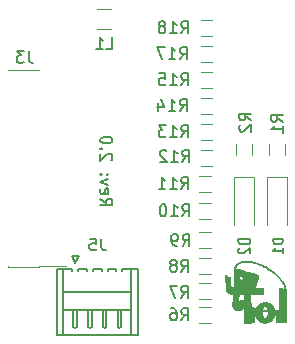
<source format=gbo>
G04 #@! TF.FileFunction,Legend,Bot*
%FSLAX46Y46*%
G04 Gerber Fmt 4.6, Leading zero omitted, Abs format (unit mm)*
G04 Created by KiCad (PCBNEW 4.0.6) date 04/13/18 15:28:38*
%MOMM*%
%LPD*%
G01*
G04 APERTURE LIST*
%ADD10C,0.100000*%
%ADD11C,0.200000*%
%ADD12C,0.120000*%
%ADD13C,0.150000*%
%ADD14C,0.010000*%
G04 APERTURE END LIST*
D10*
D11*
X172822619Y-118959523D02*
X173298810Y-119292857D01*
X172822619Y-119530952D02*
X173822619Y-119530952D01*
X173822619Y-119149999D01*
X173775000Y-119054761D01*
X173727381Y-119007142D01*
X173632143Y-118959523D01*
X173489286Y-118959523D01*
X173394048Y-119007142D01*
X173346429Y-119054761D01*
X173298810Y-119149999D01*
X173298810Y-119530952D01*
X172870238Y-118149999D02*
X172822619Y-118245237D01*
X172822619Y-118435714D01*
X172870238Y-118530952D01*
X172965476Y-118578571D01*
X173346429Y-118578571D01*
X173441667Y-118530952D01*
X173489286Y-118435714D01*
X173489286Y-118245237D01*
X173441667Y-118149999D01*
X173346429Y-118102380D01*
X173251190Y-118102380D01*
X173155952Y-118578571D01*
X173489286Y-117769047D02*
X172822619Y-117530952D01*
X173489286Y-117292856D01*
X172917857Y-116911904D02*
X172870238Y-116864285D01*
X172822619Y-116911904D01*
X172870238Y-116959523D01*
X172917857Y-116911904D01*
X172822619Y-116911904D01*
X173441667Y-116911904D02*
X173394048Y-116864285D01*
X173346429Y-116911904D01*
X173394048Y-116959523D01*
X173441667Y-116911904D01*
X173346429Y-116911904D01*
X173727381Y-115721428D02*
X173775000Y-115673809D01*
X173822619Y-115578571D01*
X173822619Y-115340475D01*
X173775000Y-115245237D01*
X173727381Y-115197618D01*
X173632143Y-115149999D01*
X173536905Y-115149999D01*
X173394048Y-115197618D01*
X172822619Y-115769047D01*
X172822619Y-115149999D01*
X172917857Y-114721428D02*
X172870238Y-114673809D01*
X172822619Y-114721428D01*
X172870238Y-114769047D01*
X172917857Y-114721428D01*
X172822619Y-114721428D01*
X173822619Y-114054762D02*
X173822619Y-113959523D01*
X173775000Y-113864285D01*
X173727381Y-113816666D01*
X173632143Y-113769047D01*
X173441667Y-113721428D01*
X173203571Y-113721428D01*
X173013095Y-113769047D01*
X172917857Y-113816666D01*
X172870238Y-113864285D01*
X172822619Y-113959523D01*
X172822619Y-114054762D01*
X172870238Y-114150000D01*
X172917857Y-114197619D01*
X173013095Y-114245238D01*
X173203571Y-114292857D01*
X173441667Y-114292857D01*
X173632143Y-114245238D01*
X173727381Y-114197619D01*
X173775000Y-114150000D01*
X173822619Y-114054762D01*
D12*
X164970000Y-124695000D02*
X164970000Y-124715000D01*
X164970000Y-124715000D02*
X167630000Y-124715000D01*
X167630000Y-124715000D02*
X167630000Y-124695000D01*
X164970000Y-108105000D02*
X164970000Y-108085000D01*
X164970000Y-108085000D02*
X167630000Y-108085000D01*
X167630000Y-108085000D02*
X167630000Y-108105000D01*
X169935000Y-124695000D02*
X167630000Y-124695000D01*
X181200000Y-129480000D02*
X182200000Y-129480000D01*
X182200000Y-128120000D02*
X181200000Y-128120000D01*
X181200000Y-127480000D02*
X182200000Y-127480000D01*
X182200000Y-126120000D02*
X181200000Y-126120000D01*
X181200000Y-125380000D02*
X182200000Y-125380000D01*
X182200000Y-124020000D02*
X181200000Y-124020000D01*
X181200000Y-123180000D02*
X182200000Y-123180000D01*
X182200000Y-121820000D02*
X181200000Y-121820000D01*
X181200000Y-120680000D02*
X182200000Y-120680000D01*
X182200000Y-119320000D02*
X181200000Y-119320000D01*
X181200000Y-118380000D02*
X182200000Y-118380000D01*
X182200000Y-117020000D02*
X181200000Y-117020000D01*
X181300000Y-116180000D02*
X182300000Y-116180000D01*
X182300000Y-114820000D02*
X181300000Y-114820000D01*
X181300000Y-113980000D02*
X182300000Y-113980000D01*
X182300000Y-112620000D02*
X181300000Y-112620000D01*
X181300000Y-111780000D02*
X182300000Y-111780000D01*
X182300000Y-110420000D02*
X181300000Y-110420000D01*
X181300000Y-109580000D02*
X182300000Y-109580000D01*
X182300000Y-108220000D02*
X181300000Y-108220000D01*
X181300000Y-107380000D02*
X182300000Y-107380000D01*
X182300000Y-106020000D02*
X181300000Y-106020000D01*
X181300000Y-105180000D02*
X182300000Y-105180000D01*
X182300000Y-103820000D02*
X181300000Y-103820000D01*
X188480000Y-115300000D02*
X188480000Y-114300000D01*
X187120000Y-114300000D02*
X187120000Y-115300000D01*
X185680000Y-115300000D02*
X185680000Y-114300000D01*
X184320000Y-114300000D02*
X184320000Y-115300000D01*
X186950000Y-117100000D02*
X188650000Y-117100000D01*
X188650000Y-117150000D02*
X188650000Y-121200000D01*
X186950000Y-117150000D02*
X186950000Y-121200000D01*
X184150000Y-117100000D02*
X185850000Y-117100000D01*
X185850000Y-117150000D02*
X185850000Y-121200000D01*
X184150000Y-117150000D02*
X184150000Y-121200000D01*
D13*
X170425000Y-125050000D02*
X170425000Y-124900000D01*
X170425000Y-124900000D02*
X169125000Y-124900000D01*
X169125000Y-124900000D02*
X169125000Y-130500000D01*
X169125000Y-130500000D02*
X175975000Y-130500000D01*
X175975000Y-130500000D02*
X175975000Y-124900000D01*
X175975000Y-124900000D02*
X174675000Y-124900000D01*
X174675000Y-124900000D02*
X174675000Y-125050000D01*
X169675000Y-128400000D02*
X175425000Y-128400000D01*
X169675000Y-126900000D02*
X175425000Y-126900000D01*
X169675000Y-130500000D02*
X169675000Y-124900000D01*
X175425000Y-130500000D02*
X175425000Y-124900000D01*
X170675000Y-128400000D02*
X170525000Y-128400000D01*
X170525000Y-128400000D02*
X170525000Y-129862500D01*
X170525000Y-129862500D02*
X170675000Y-129900000D01*
X170675000Y-129900000D02*
X170825000Y-129862500D01*
X170825000Y-129862500D02*
X170825000Y-128400000D01*
X170825000Y-128400000D02*
X170675000Y-128400000D01*
X171925000Y-128400000D02*
X171775000Y-128400000D01*
X171775000Y-128400000D02*
X171775000Y-129862500D01*
X171775000Y-129862500D02*
X171925000Y-129900000D01*
X171925000Y-129900000D02*
X172075000Y-129862500D01*
X172075000Y-129862500D02*
X172075000Y-128400000D01*
X172075000Y-128400000D02*
X171925000Y-128400000D01*
X170925000Y-125050000D02*
X170925000Y-124900000D01*
X170925000Y-124900000D02*
X171675000Y-124900000D01*
X171675000Y-124900000D02*
X171675000Y-125050000D01*
X173175000Y-128400000D02*
X173025000Y-128400000D01*
X173025000Y-128400000D02*
X173025000Y-129862500D01*
X173025000Y-129862500D02*
X173175000Y-129900000D01*
X173175000Y-129900000D02*
X173325000Y-129862500D01*
X173325000Y-129862500D02*
X173325000Y-128400000D01*
X173325000Y-128400000D02*
X173175000Y-128400000D01*
X172175000Y-125050000D02*
X172175000Y-124900000D01*
X172175000Y-124900000D02*
X172925000Y-124900000D01*
X172925000Y-124900000D02*
X172925000Y-125050000D01*
X174425000Y-128400000D02*
X174275000Y-128400000D01*
X174275000Y-128400000D02*
X174275000Y-129862500D01*
X174275000Y-129862500D02*
X174425000Y-129900000D01*
X174425000Y-129900000D02*
X174575000Y-129862500D01*
X174575000Y-129862500D02*
X174575000Y-128400000D01*
X174575000Y-128400000D02*
X174425000Y-128400000D01*
X173425000Y-125050000D02*
X173425000Y-124900000D01*
X173425000Y-124900000D02*
X174175000Y-124900000D01*
X174175000Y-124900000D02*
X174175000Y-125050000D01*
X170675000Y-124400000D02*
X170375000Y-123800000D01*
X170375000Y-123800000D02*
X170975000Y-123800000D01*
X170975000Y-123800000D02*
X170675000Y-124400000D01*
D14*
G36*
X185161713Y-124237372D02*
X185114605Y-124238204D01*
X185067168Y-124239587D01*
X185020283Y-124241499D01*
X184974828Y-124243918D01*
X184931683Y-124246822D01*
X184891727Y-124250189D01*
X184855838Y-124253996D01*
X184846511Y-124255154D01*
X184771924Y-124266616D01*
X184701930Y-124281217D01*
X184636393Y-124299012D01*
X184575178Y-124320059D01*
X184518148Y-124344413D01*
X184465169Y-124372131D01*
X184416104Y-124403269D01*
X184370819Y-124437883D01*
X184340270Y-124465187D01*
X184302354Y-124505173D01*
X184267924Y-124549351D01*
X184237240Y-124597283D01*
X184210561Y-124648531D01*
X184188148Y-124702654D01*
X184173793Y-124746587D01*
X184165570Y-124776553D01*
X184158676Y-124805513D01*
X184152986Y-124834403D01*
X184148373Y-124864162D01*
X184144714Y-124895727D01*
X184141883Y-124930034D01*
X184139756Y-124968021D01*
X184138206Y-125010625D01*
X184138107Y-125014145D01*
X184137396Y-125036386D01*
X184136543Y-125057609D01*
X184135596Y-125076930D01*
X184134604Y-125093461D01*
X184133616Y-125106318D01*
X184132682Y-125114613D01*
X184132488Y-125115745D01*
X184131362Y-125123785D01*
X184130740Y-125134132D01*
X184130622Y-125147553D01*
X184131003Y-125164816D01*
X184131884Y-125186689D01*
X184132269Y-125194767D01*
X184134262Y-125240894D01*
X184135982Y-125292521D01*
X184137426Y-125349509D01*
X184138594Y-125411720D01*
X184139482Y-125479016D01*
X184140091Y-125551259D01*
X184140418Y-125628310D01*
X184140461Y-125710031D01*
X184140219Y-125796283D01*
X184140015Y-125836823D01*
X184139765Y-125876616D01*
X184139464Y-125917879D01*
X184139116Y-125960241D01*
X184138726Y-126003332D01*
X184138300Y-126046785D01*
X184137842Y-126090230D01*
X184137358Y-126133297D01*
X184136853Y-126175617D01*
X184136332Y-126216822D01*
X184135800Y-126256542D01*
X184135263Y-126294409D01*
X184134724Y-126330051D01*
X184134191Y-126363102D01*
X184133667Y-126393191D01*
X184133157Y-126419950D01*
X184132668Y-126443008D01*
X184132204Y-126461998D01*
X184131770Y-126476550D01*
X184131371Y-126486294D01*
X184131013Y-126490862D01*
X184130924Y-126491159D01*
X184127575Y-126491355D01*
X184119625Y-126490374D01*
X184107952Y-126488381D01*
X184093438Y-126485544D01*
X184076961Y-126482031D01*
X184059403Y-126478008D01*
X184050645Y-126475896D01*
X184005799Y-126463574D01*
X183966203Y-126449864D01*
X183931599Y-126434626D01*
X183901733Y-126417723D01*
X183876348Y-126399014D01*
X183855189Y-126378361D01*
X183843105Y-126363166D01*
X183839926Y-126358800D01*
X183837064Y-126354899D01*
X183834476Y-126351166D01*
X183832121Y-126347301D01*
X183829954Y-126343005D01*
X183827933Y-126337980D01*
X183826015Y-126331927D01*
X183824156Y-126324547D01*
X183822315Y-126315541D01*
X183820447Y-126304611D01*
X183818510Y-126291457D01*
X183816461Y-126275780D01*
X183814256Y-126257283D01*
X183811854Y-126235666D01*
X183809211Y-126210630D01*
X183806283Y-126181877D01*
X183803029Y-126149107D01*
X183799404Y-126112022D01*
X183795367Y-126070324D01*
X183790873Y-126023713D01*
X183785880Y-125971890D01*
X183783971Y-125952097D01*
X183779642Y-125907219D01*
X183775466Y-125863902D01*
X183771473Y-125822476D01*
X183767697Y-125783273D01*
X183764169Y-125746625D01*
X183760920Y-125712861D01*
X183757983Y-125682313D01*
X183755389Y-125655312D01*
X183753170Y-125632190D01*
X183751359Y-125613276D01*
X183749986Y-125598904D01*
X183749084Y-125589403D01*
X183748684Y-125585104D01*
X183748667Y-125584880D01*
X183746007Y-125584338D01*
X183738672Y-125583700D01*
X183727628Y-125583030D01*
X183713844Y-125582389D01*
X183705628Y-125582079D01*
X183674295Y-125579901D01*
X183644810Y-125575430D01*
X183616541Y-125568368D01*
X183588859Y-125558418D01*
X183561133Y-125545281D01*
X183532732Y-125528662D01*
X183503027Y-125508261D01*
X183471388Y-125483781D01*
X183438212Y-125455823D01*
X183422013Y-125441813D01*
X183409388Y-125431180D01*
X183399735Y-125423502D01*
X183392451Y-125418359D01*
X183386933Y-125415330D01*
X183382581Y-125413993D01*
X183378791Y-125413928D01*
X183378356Y-125413985D01*
X183372402Y-125417602D01*
X183368124Y-125426326D01*
X183365631Y-125439841D01*
X183365004Y-125452358D01*
X183365198Y-125456978D01*
X183365798Y-125466899D01*
X183366778Y-125481793D01*
X183368115Y-125501333D01*
X183369785Y-125525191D01*
X183371761Y-125553040D01*
X183374021Y-125584552D01*
X183376539Y-125619400D01*
X183379292Y-125657257D01*
X183382254Y-125697795D01*
X183385401Y-125740686D01*
X183388709Y-125785603D01*
X183392153Y-125832219D01*
X183395708Y-125880206D01*
X183399351Y-125929237D01*
X183403056Y-125978985D01*
X183406800Y-126029121D01*
X183410557Y-126079319D01*
X183414304Y-126129250D01*
X183418015Y-126178589D01*
X183421667Y-126227006D01*
X183425234Y-126274175D01*
X183428693Y-126319768D01*
X183432018Y-126363458D01*
X183435186Y-126404917D01*
X183438172Y-126443818D01*
X183440951Y-126479834D01*
X183443499Y-126512636D01*
X183445791Y-126541898D01*
X183447803Y-126567292D01*
X183449510Y-126588491D01*
X183450889Y-126605167D01*
X183451914Y-126616992D01*
X183452561Y-126623640D01*
X183452630Y-126624223D01*
X183461361Y-126675403D01*
X183474178Y-126722721D01*
X183491151Y-126766280D01*
X183512352Y-126806184D01*
X183537850Y-126842537D01*
X183567718Y-126875445D01*
X183602026Y-126905012D01*
X183640845Y-126931341D01*
X183673516Y-126949304D01*
X183716320Y-126968656D01*
X183764290Y-126986383D01*
X183817166Y-127002419D01*
X183874686Y-127016696D01*
X183936591Y-127029147D01*
X184002621Y-127039704D01*
X184042178Y-127044869D01*
X184054401Y-127046380D01*
X184064318Y-127047680D01*
X184070737Y-127048607D01*
X184072544Y-127048965D01*
X184072330Y-127051781D01*
X184071519Y-127059857D01*
X184070152Y-127072844D01*
X184068265Y-127090396D01*
X184065897Y-127112162D01*
X184063087Y-127137796D01*
X184059873Y-127166948D01*
X184056293Y-127199269D01*
X184052386Y-127234413D01*
X184048190Y-127272030D01*
X184043743Y-127311772D01*
X184039084Y-127353290D01*
X184036462Y-127376607D01*
X184031570Y-127420083D01*
X184026773Y-127462724D01*
X184022119Y-127504110D01*
X184017655Y-127543818D01*
X184013428Y-127581429D01*
X184009486Y-127616520D01*
X184005876Y-127648671D01*
X184002645Y-127677460D01*
X183999840Y-127702466D01*
X183997510Y-127723268D01*
X183995700Y-127739446D01*
X183994459Y-127750577D01*
X183994178Y-127753111D01*
X183988266Y-127816579D01*
X183985147Y-127875474D01*
X183984860Y-127930154D01*
X183987447Y-127980975D01*
X183992949Y-128028294D01*
X184001407Y-128072467D01*
X184012861Y-128113851D01*
X184027354Y-128152801D01*
X184044139Y-128188192D01*
X184067278Y-128226397D01*
X184094417Y-128260791D01*
X184125588Y-128291394D01*
X184160825Y-128318219D01*
X184200160Y-128341286D01*
X184243627Y-128360610D01*
X184291258Y-128376208D01*
X184343086Y-128388097D01*
X184399145Y-128396293D01*
X184459467Y-128400814D01*
X184464100Y-128401002D01*
X184519958Y-128400991D01*
X184572370Y-128396513D01*
X184621353Y-128387560D01*
X184666928Y-128374120D01*
X184709112Y-128356183D01*
X184747925Y-128333740D01*
X184783385Y-128306780D01*
X184815512Y-128275291D01*
X184844324Y-128239266D01*
X184869839Y-128198691D01*
X184884241Y-128170767D01*
X184904913Y-128121677D01*
X184922042Y-128068705D01*
X184935464Y-128012495D01*
X184945011Y-127953687D01*
X184948280Y-127923498D01*
X184949652Y-127909461D01*
X184951030Y-127897251D01*
X184952264Y-127888085D01*
X184953204Y-127883181D01*
X184953290Y-127882934D01*
X184953466Y-127883247D01*
X184953640Y-127885161D01*
X184953813Y-127888825D01*
X184953986Y-127894388D01*
X184954160Y-127901997D01*
X184954335Y-127911803D01*
X184954514Y-127923953D01*
X184954696Y-127938597D01*
X184954883Y-127955883D01*
X184955076Y-127975959D01*
X184955276Y-127998976D01*
X184955484Y-128025080D01*
X184955701Y-128054421D01*
X184955928Y-128087149D01*
X184956165Y-128123410D01*
X184956415Y-128163355D01*
X184956677Y-128207131D01*
X184956953Y-128254888D01*
X184957244Y-128306775D01*
X184957551Y-128362940D01*
X184957874Y-128423531D01*
X184958216Y-128488698D01*
X184958576Y-128558589D01*
X184958956Y-128633353D01*
X184959357Y-128713138D01*
X184959780Y-128798094D01*
X184960225Y-128888370D01*
X184960694Y-128984112D01*
X184960785Y-129002650D01*
X184962979Y-129452089D01*
X185248351Y-129451999D01*
X185295416Y-129451976D01*
X185337134Y-129451933D01*
X185373803Y-129451868D01*
X185405719Y-129451775D01*
X185433179Y-129451651D01*
X185456482Y-129451492D01*
X185475924Y-129451293D01*
X185491803Y-129451049D01*
X185504416Y-129450758D01*
X185514061Y-129450414D01*
X185521034Y-129450013D01*
X185525633Y-129449551D01*
X185528155Y-129449025D01*
X185528898Y-129448429D01*
X185528607Y-129448031D01*
X185528049Y-129447458D01*
X185527535Y-129446476D01*
X185527063Y-129444871D01*
X185526633Y-129442428D01*
X185526243Y-129438935D01*
X185525892Y-129434177D01*
X185525580Y-129427941D01*
X185525306Y-129420012D01*
X185525068Y-129410177D01*
X185524866Y-129398222D01*
X185524698Y-129383932D01*
X185524564Y-129367095D01*
X185524462Y-129347497D01*
X185524391Y-129324923D01*
X185524352Y-129299159D01*
X185524342Y-129269993D01*
X185524360Y-129237209D01*
X185524406Y-129200595D01*
X185524479Y-129159935D01*
X185524577Y-129115018D01*
X185524699Y-129065627D01*
X185524846Y-129011551D01*
X185525015Y-128952574D01*
X185525205Y-128888483D01*
X185525417Y-128819065D01*
X185525525Y-128783757D01*
X185527559Y-128123361D01*
X185559104Y-128150042D01*
X185590648Y-128176723D01*
X185592524Y-128456451D01*
X185592806Y-128500291D01*
X185593075Y-128545749D01*
X185593328Y-128592085D01*
X185593561Y-128638555D01*
X185593773Y-128684418D01*
X185593960Y-128728931D01*
X185594117Y-128771354D01*
X185594244Y-128810943D01*
X185594335Y-128846956D01*
X185594389Y-128878652D01*
X185594402Y-128900106D01*
X185594436Y-128934026D01*
X185594530Y-128972431D01*
X185594681Y-129014162D01*
X185594880Y-129058058D01*
X185595123Y-129102961D01*
X185595403Y-129147712D01*
X185595714Y-129191151D01*
X185596050Y-129232119D01*
X185596277Y-129256650D01*
X185598149Y-129449267D01*
X185783489Y-129449267D01*
X185783489Y-128864765D01*
X185783491Y-128797113D01*
X185783497Y-128734881D01*
X185783509Y-128677845D01*
X185783530Y-128625779D01*
X185783561Y-128578459D01*
X185783605Y-128535660D01*
X185783662Y-128497158D01*
X185783735Y-128462729D01*
X185783827Y-128432147D01*
X185783938Y-128405188D01*
X185784070Y-128381627D01*
X185784226Y-128361240D01*
X185784408Y-128343802D01*
X185784617Y-128329089D01*
X185784855Y-128316876D01*
X185785125Y-128306938D01*
X185785427Y-128299050D01*
X185785765Y-128292989D01*
X185786139Y-128288530D01*
X185786553Y-128285447D01*
X185787006Y-128283517D01*
X185787503Y-128282514D01*
X185788044Y-128282214D01*
X185788428Y-128282293D01*
X185798263Y-128286194D01*
X185811936Y-128291431D01*
X185827964Y-128297453D01*
X185844865Y-128303714D01*
X185861157Y-128309663D01*
X185875356Y-128314751D01*
X185885980Y-128318430D01*
X185886500Y-128318604D01*
X185897330Y-128322327D01*
X185906288Y-128325632D01*
X185911856Y-128327952D01*
X185912654Y-128328380D01*
X185913836Y-128330526D01*
X185913830Y-128335251D01*
X185912523Y-128343297D01*
X185909801Y-128355403D01*
X185906443Y-128368841D01*
X185895324Y-128416898D01*
X185887249Y-128463091D01*
X185881981Y-128509339D01*
X185879282Y-128557562D01*
X185878795Y-128592723D01*
X185881255Y-128662682D01*
X185888585Y-128730104D01*
X185900906Y-128795508D01*
X185918342Y-128859412D01*
X185941016Y-128922335D01*
X185969050Y-128984794D01*
X185974063Y-128994824D01*
X186007693Y-129055143D01*
X186045613Y-129112080D01*
X186087565Y-129165443D01*
X186133292Y-129215044D01*
X186182537Y-129260692D01*
X186235042Y-129302198D01*
X186290550Y-129339371D01*
X186348804Y-129372022D01*
X186409547Y-129399961D01*
X186472521Y-129422999D01*
X186537470Y-129440944D01*
X186593467Y-129451961D01*
X186655828Y-129459677D01*
X186718845Y-129462976D01*
X186780850Y-129461793D01*
X186803722Y-129460162D01*
X186870871Y-129451558D01*
X186936737Y-129437561D01*
X187001044Y-129418335D01*
X187063513Y-129394041D01*
X187123867Y-129364842D01*
X187181827Y-129330899D01*
X187237116Y-129292376D01*
X187289455Y-129249434D01*
X187338567Y-129202235D01*
X187384173Y-129150943D01*
X187424611Y-129097700D01*
X187461312Y-129040476D01*
X187493418Y-128980089D01*
X187520834Y-128916782D01*
X187543462Y-128850802D01*
X187561208Y-128782393D01*
X187572808Y-128719723D01*
X187577176Y-128682877D01*
X187579861Y-128642119D01*
X187580858Y-128598929D01*
X187580580Y-128581310D01*
X186990442Y-128581310D01*
X186988344Y-128640576D01*
X186982736Y-128699939D01*
X186973770Y-128758095D01*
X186961601Y-128813739D01*
X186950118Y-128854132D01*
X186934078Y-128899403D01*
X186915996Y-128940548D01*
X186896025Y-128977370D01*
X186874319Y-129009670D01*
X186851032Y-129037252D01*
X186826318Y-129059917D01*
X186800330Y-129077467D01*
X186773221Y-129089706D01*
X186764876Y-129092317D01*
X186748997Y-129095058D01*
X186730129Y-129095674D01*
X186710465Y-129094278D01*
X186692196Y-129090988D01*
X186682367Y-129087984D01*
X186655714Y-129075065D01*
X186630194Y-129056874D01*
X186605964Y-129033701D01*
X186583186Y-129005834D01*
X186562019Y-128973562D01*
X186542622Y-128937173D01*
X186525156Y-128896958D01*
X186509779Y-128853204D01*
X186496652Y-128806200D01*
X186485935Y-128756235D01*
X186480404Y-128722769D01*
X186472912Y-128655984D01*
X186469858Y-128588837D01*
X186470308Y-128546156D01*
X186471136Y-128525754D01*
X186472198Y-128505994D01*
X186473425Y-128487699D01*
X186474748Y-128471690D01*
X186476099Y-128458789D01*
X186477410Y-128449819D01*
X186478611Y-128445600D01*
X186478702Y-128445491D01*
X186481744Y-128445373D01*
X186489412Y-128445771D01*
X186500718Y-128446617D01*
X186514673Y-128447838D01*
X186523231Y-128448656D01*
X186579241Y-128453598D01*
X186640715Y-128457952D01*
X186707503Y-128461709D01*
X186779454Y-128464862D01*
X186856418Y-128467403D01*
X186906725Y-128468671D01*
X186927036Y-128469150D01*
X186945413Y-128469630D01*
X186961126Y-128470087D01*
X186973447Y-128470499D01*
X186981647Y-128470844D01*
X186984996Y-128471098D01*
X186985034Y-128471115D01*
X186985420Y-128474018D01*
X186986068Y-128481658D01*
X186986909Y-128493139D01*
X186987880Y-128507562D01*
X186988877Y-128523445D01*
X186990442Y-128581310D01*
X187580580Y-128581310D01*
X187580160Y-128554784D01*
X187577761Y-128511163D01*
X187573837Y-128471028D01*
X187572078Y-128456577D01*
X187590067Y-128454893D01*
X187598803Y-128454245D01*
X187611867Y-128453492D01*
X187627943Y-128452700D01*
X187645718Y-128451935D01*
X187660972Y-128451361D01*
X187713889Y-128449513D01*
X187713889Y-129443623D01*
X187876681Y-129443623D01*
X187878328Y-128942326D01*
X187878514Y-128889550D01*
X187878720Y-128838290D01*
X187878944Y-128788832D01*
X187879183Y-128741461D01*
X187879435Y-128696462D01*
X187879699Y-128654120D01*
X187879970Y-128614720D01*
X187880248Y-128578547D01*
X187880531Y-128545887D01*
X187880815Y-128517024D01*
X187881098Y-128492244D01*
X187881379Y-128471832D01*
X187881656Y-128456072D01*
X187881925Y-128445250D01*
X187882184Y-128439652D01*
X187882304Y-128438904D01*
X187885911Y-128437892D01*
X187893919Y-128436767D01*
X187905091Y-128435676D01*
X187916383Y-128434871D01*
X187948133Y-128432964D01*
X187948136Y-128741443D01*
X187948156Y-128787917D01*
X187948213Y-128836382D01*
X187948304Y-128886094D01*
X187948427Y-128936306D01*
X187948579Y-128986276D01*
X187948757Y-129035258D01*
X187948958Y-129082507D01*
X187949180Y-129127279D01*
X187949420Y-129168829D01*
X187949674Y-129206412D01*
X187949941Y-129239285D01*
X187950011Y-129246773D01*
X187951883Y-129443623D01*
X188515164Y-129443623D01*
X188516285Y-128728895D01*
X188516429Y-128644343D01*
X188516591Y-128564375D01*
X188516770Y-128489062D01*
X188516965Y-128418476D01*
X188517079Y-128382472D01*
X186971645Y-128382472D01*
X186971068Y-128383959D01*
X186968872Y-128385044D01*
X186964360Y-128385771D01*
X186956833Y-128386183D01*
X186945596Y-128386325D01*
X186929949Y-128386239D01*
X186914495Y-128386045D01*
X186895206Y-128385703D01*
X186871876Y-128385175D01*
X186846103Y-128384506D01*
X186819485Y-128383739D01*
X186793621Y-128382916D01*
X186778322Y-128382384D01*
X186752406Y-128381349D01*
X186725045Y-128380077D01*
X186696817Y-128378611D01*
X186668298Y-128376990D01*
X186640062Y-128375257D01*
X186612687Y-128373452D01*
X186586749Y-128371617D01*
X186562823Y-128369792D01*
X186541485Y-128368020D01*
X186523312Y-128366340D01*
X186508880Y-128364796D01*
X186498764Y-128363427D01*
X186493541Y-128362274D01*
X186493020Y-128361983D01*
X186493236Y-128358888D01*
X186494838Y-128351443D01*
X186497536Y-128340688D01*
X186501040Y-128327663D01*
X186505061Y-128313409D01*
X186509309Y-128298965D01*
X186513494Y-128285372D01*
X186517327Y-128273669D01*
X186518758Y-128269578D01*
X186534524Y-128230423D01*
X186552520Y-128194220D01*
X186572432Y-128161349D01*
X186593948Y-128132189D01*
X186616754Y-128107119D01*
X186640536Y-128086520D01*
X186664981Y-128070772D01*
X186689776Y-128060254D01*
X186692051Y-128059566D01*
X186711617Y-128055899D01*
X186733549Y-128055113D01*
X186755404Y-128057140D01*
X186774617Y-128061870D01*
X186800916Y-128074029D01*
X186826371Y-128091500D01*
X186850746Y-128113982D01*
X186873806Y-128141176D01*
X186895314Y-128172781D01*
X186915036Y-128208496D01*
X186932734Y-128248022D01*
X186943393Y-128276634D01*
X186947898Y-128290379D01*
X186952707Y-128306180D01*
X186957528Y-128322945D01*
X186962070Y-128339582D01*
X186966041Y-128355001D01*
X186969150Y-128368110D01*
X186971106Y-128377817D01*
X186971645Y-128382472D01*
X188517079Y-128382472D01*
X188517175Y-128352686D01*
X188517402Y-128291764D01*
X188517643Y-128235782D01*
X188517899Y-128184808D01*
X188518170Y-128138916D01*
X188518455Y-128098175D01*
X188518753Y-128062657D01*
X188519065Y-128032433D01*
X188519389Y-128007573D01*
X188519726Y-127988148D01*
X188520075Y-127974229D01*
X188520416Y-127966189D01*
X188522029Y-127936864D01*
X188523527Y-127902476D01*
X188524905Y-127863607D01*
X188526158Y-127820837D01*
X188527282Y-127774747D01*
X188528271Y-127725918D01*
X188529122Y-127674932D01*
X188529829Y-127622368D01*
X188530387Y-127568808D01*
X188530793Y-127514832D01*
X188531041Y-127461023D01*
X188531127Y-127407959D01*
X188531046Y-127356223D01*
X188530793Y-127306396D01*
X188530363Y-127259057D01*
X188529752Y-127214789D01*
X188528956Y-127174171D01*
X188528125Y-127143511D01*
X188444845Y-127143511D01*
X187950956Y-127143511D01*
X187950956Y-128357067D01*
X187940372Y-128357264D01*
X187935726Y-128357424D01*
X187925957Y-128357815D01*
X187911582Y-128358417D01*
X187893117Y-128359206D01*
X187871077Y-128360160D01*
X187845979Y-128361257D01*
X187818339Y-128362475D01*
X187788674Y-128363790D01*
X187757498Y-128365182D01*
X187753400Y-128365365D01*
X187722065Y-128366768D01*
X187692170Y-128368102D01*
X187664233Y-128369346D01*
X187638769Y-128370476D01*
X187616296Y-128371470D01*
X187597329Y-128372304D01*
X187582385Y-128372957D01*
X187571981Y-128373404D01*
X187566633Y-128373624D01*
X187566339Y-128373635D01*
X187558640Y-128373009D01*
X187554791Y-128370780D01*
X187554672Y-128370473D01*
X187553518Y-128366764D01*
X187550917Y-128358606D01*
X187547163Y-128346919D01*
X187542552Y-128332622D01*
X187537679Y-128317556D01*
X187514498Y-128253551D01*
X187487598Y-128193506D01*
X187456638Y-128136859D01*
X187421273Y-128083046D01*
X187381161Y-128031505D01*
X187335960Y-127981673D01*
X187328712Y-127974302D01*
X187300705Y-127946904D01*
X187274512Y-127923075D01*
X187248796Y-127901702D01*
X187222219Y-127881672D01*
X187194030Y-127862260D01*
X187135597Y-127826864D01*
X187075156Y-127796616D01*
X187013019Y-127771519D01*
X186949499Y-127751577D01*
X186884909Y-127736793D01*
X186819562Y-127727170D01*
X186753770Y-127722711D01*
X186687847Y-127723420D01*
X186622106Y-127729301D01*
X186556859Y-127740355D01*
X186492419Y-127756588D01*
X186429100Y-127778001D01*
X186367214Y-127804599D01*
X186307075Y-127836384D01*
X186280200Y-127852674D01*
X186224246Y-127891334D01*
X186171521Y-127934487D01*
X186122312Y-127981806D01*
X186076906Y-128032965D01*
X186035590Y-128087640D01*
X185998652Y-128145504D01*
X185966378Y-128206232D01*
X185964111Y-128210983D01*
X185957536Y-128224438D01*
X185951556Y-128235871D01*
X185946668Y-128244392D01*
X185943367Y-128249117D01*
X185942451Y-128249778D01*
X185937068Y-128248770D01*
X185927169Y-128245843D01*
X185913443Y-128241257D01*
X185896580Y-128235273D01*
X185877272Y-128228152D01*
X185856206Y-128220156D01*
X185834074Y-128211545D01*
X185811564Y-128202580D01*
X185789368Y-128193522D01*
X185768175Y-128184632D01*
X185753856Y-128178451D01*
X185734012Y-128169506D01*
X185711954Y-128159115D01*
X185688397Y-128147652D01*
X185664057Y-128135493D01*
X185639652Y-128123014D01*
X185615897Y-128110591D01*
X185593510Y-128098599D01*
X185573205Y-128087414D01*
X185555701Y-128077412D01*
X185541712Y-128068967D01*
X185531956Y-128062457D01*
X185530408Y-128061289D01*
X185524271Y-128056500D01*
X185522244Y-127561906D01*
X185522100Y-127526657D01*
X184953652Y-127526657D01*
X184953592Y-127553591D01*
X184953431Y-127575784D01*
X184953168Y-127593366D01*
X184952803Y-127606464D01*
X184952335Y-127615209D01*
X184951765Y-127619729D01*
X184951371Y-127620467D01*
X184947873Y-127618581D01*
X184943991Y-127614948D01*
X184939516Y-127611000D01*
X184931641Y-127604972D01*
X184921695Y-127597861D01*
X184915974Y-127593951D01*
X184880689Y-127573375D01*
X184843991Y-127557959D01*
X184806330Y-127547739D01*
X184768160Y-127542753D01*
X184729932Y-127543035D01*
X184692099Y-127548622D01*
X184655113Y-127559551D01*
X184628817Y-127570967D01*
X184609318Y-127581603D01*
X184590369Y-127593687D01*
X184572735Y-127606577D01*
X184557181Y-127619634D01*
X184544470Y-127632217D01*
X184535367Y-127643686D01*
X184530689Y-127653201D01*
X184528146Y-127668991D01*
X184528545Y-127687878D01*
X184531942Y-127710291D01*
X184538396Y-127736660D01*
X184544642Y-127757325D01*
X184548072Y-127768173D01*
X184550470Y-127776775D01*
X184551980Y-127784498D01*
X184552745Y-127792711D01*
X184552906Y-127802782D01*
X184552607Y-127816078D01*
X184552157Y-127829292D01*
X184550645Y-127855918D01*
X184547951Y-127878769D01*
X184543746Y-127899648D01*
X184537699Y-127920359D01*
X184533222Y-127932996D01*
X184527017Y-127948001D01*
X184519213Y-127964521D01*
X184510786Y-127980652D01*
X184502710Y-127994488D01*
X184498536Y-128000761D01*
X184491116Y-128009207D01*
X184483926Y-128012448D01*
X184475690Y-128010719D01*
X184468133Y-128006353D01*
X184456432Y-127995159D01*
X184446710Y-127978682D01*
X184438968Y-127956922D01*
X184433207Y-127929880D01*
X184429425Y-127897554D01*
X184427624Y-127859944D01*
X184427802Y-127817051D01*
X184429960Y-127768874D01*
X184434099Y-127715413D01*
X184440217Y-127656668D01*
X184448316Y-127592639D01*
X184458395Y-127523324D01*
X184470453Y-127448725D01*
X184484492Y-127368841D01*
X184500511Y-127283672D01*
X184518511Y-127193217D01*
X184526421Y-127154800D01*
X184530607Y-127134708D01*
X184534485Y-127116183D01*
X184537886Y-127100020D01*
X184540645Y-127087012D01*
X184542592Y-127077954D01*
X184543555Y-127073661D01*
X184545145Y-127067311D01*
X184950007Y-127067311D01*
X184951881Y-127258277D01*
X184952429Y-127316364D01*
X184952875Y-127368936D01*
X184953221Y-127416122D01*
X184953466Y-127458052D01*
X184953610Y-127494854D01*
X184953652Y-127526657D01*
X185522100Y-127526657D01*
X185520218Y-127067311D01*
X186536135Y-127067311D01*
X186548573Y-127060756D01*
X186560044Y-127052429D01*
X186571353Y-127040257D01*
X186581134Y-127025910D01*
X186587058Y-127013689D01*
X186588028Y-127010827D01*
X186588868Y-127007304D01*
X186589591Y-127002706D01*
X186590207Y-126996616D01*
X186590730Y-126988620D01*
X186591169Y-126978301D01*
X186591538Y-126965245D01*
X186591848Y-126949035D01*
X186592111Y-126929258D01*
X186592338Y-126905496D01*
X186592541Y-126877336D01*
X186592732Y-126844360D01*
X186592922Y-126806256D01*
X186593100Y-126766488D01*
X186593217Y-126731942D01*
X186593253Y-126702196D01*
X186593187Y-126676829D01*
X186592999Y-126655417D01*
X186592669Y-126637540D01*
X186592177Y-126622774D01*
X186591502Y-126610699D01*
X186590624Y-126600891D01*
X186589523Y-126592929D01*
X186588179Y-126586391D01*
X186586571Y-126580855D01*
X186584679Y-126575898D01*
X186582483Y-126571099D01*
X186581545Y-126569189D01*
X186573978Y-126557213D01*
X186563780Y-126545304D01*
X186552800Y-126535470D01*
X186546900Y-126531562D01*
X186545274Y-126530850D01*
X186542893Y-126530208D01*
X186539455Y-126529632D01*
X186534658Y-126529117D01*
X186528200Y-126528657D01*
X186519779Y-126528247D01*
X186509094Y-126527881D01*
X186495841Y-126527554D01*
X186479720Y-126527260D01*
X186460428Y-126526996D01*
X186437664Y-126526754D01*
X186411125Y-126526530D01*
X186380510Y-126526318D01*
X186345516Y-126526113D01*
X186305842Y-126525910D01*
X186261185Y-126525703D01*
X186211244Y-126525488D01*
X186200984Y-126525445D01*
X185863534Y-126524034D01*
X186029640Y-126062600D01*
X186051183Y-126002695D01*
X186071476Y-125946147D01*
X186090465Y-125893104D01*
X186108097Y-125843719D01*
X186124321Y-125798141D01*
X186139082Y-125756521D01*
X186152327Y-125719009D01*
X186164005Y-125685756D01*
X186174061Y-125656912D01*
X186182442Y-125632628D01*
X186189096Y-125613054D01*
X186193970Y-125598340D01*
X186197010Y-125588638D01*
X186198147Y-125584234D01*
X186199131Y-125562575D01*
X186195705Y-125540803D01*
X186187651Y-125517784D01*
X186183806Y-125509445D01*
X186178138Y-125498505D01*
X186172261Y-125489075D01*
X186165163Y-125479836D01*
X186155833Y-125469468D01*
X186143621Y-125457012D01*
X186118818Y-125434493D01*
X186090322Y-125412818D01*
X186057832Y-125391825D01*
X186021043Y-125371349D01*
X185979653Y-125351226D01*
X185933358Y-125331292D01*
X185881855Y-125311385D01*
X185858278Y-125302879D01*
X185812160Y-125287480D01*
X185761329Y-125272182D01*
X185706713Y-125257205D01*
X185649243Y-125242767D01*
X185589847Y-125229087D01*
X185529456Y-125216384D01*
X185468999Y-125204877D01*
X185409404Y-125194785D01*
X185381322Y-125190500D01*
X185363778Y-125188005D01*
X185344493Y-125185400D01*
X185324412Y-125182798D01*
X185304484Y-125180313D01*
X185285653Y-125178060D01*
X185268866Y-125176152D01*
X185255070Y-125174702D01*
X185245210Y-125173826D01*
X185240974Y-125173613D01*
X185233270Y-125173600D01*
X185246251Y-125193667D01*
X185265430Y-125227242D01*
X185282942Y-125266002D01*
X185298726Y-125309720D01*
X185312725Y-125358170D01*
X185324880Y-125411126D01*
X185335131Y-125468363D01*
X185343420Y-125529655D01*
X185349299Y-125589878D01*
X185350399Y-125607542D01*
X185351273Y-125629824D01*
X185351921Y-125655703D01*
X185352342Y-125684156D01*
X185352538Y-125714161D01*
X185352509Y-125744697D01*
X185352254Y-125774742D01*
X185351774Y-125803273D01*
X185351070Y-125829270D01*
X185350141Y-125851710D01*
X185349233Y-125866456D01*
X185339618Y-125970753D01*
X185326231Y-126077975D01*
X185309262Y-126187024D01*
X185288897Y-126296800D01*
X185265324Y-126406205D01*
X185238730Y-126514140D01*
X185238541Y-126514861D01*
X185235760Y-126525445D01*
X185203325Y-126525445D01*
X185188376Y-126525274D01*
X185178292Y-126524703D01*
X185172298Y-126523647D01*
X185169624Y-126522016D01*
X185169426Y-126521630D01*
X185169568Y-126517657D01*
X185170948Y-126509302D01*
X185173353Y-126497637D01*
X185176572Y-126483737D01*
X185178120Y-126477478D01*
X185196942Y-126398962D01*
X185214165Y-126319451D01*
X185229714Y-126239532D01*
X185243518Y-126159788D01*
X185255502Y-126080803D01*
X185265595Y-126003162D01*
X185273722Y-125927450D01*
X185279812Y-125854251D01*
X185283792Y-125784149D01*
X185285587Y-125717730D01*
X185285152Y-125658955D01*
X184861516Y-125658955D01*
X184860513Y-125688473D01*
X184854440Y-125717330D01*
X184844536Y-125742158D01*
X184828886Y-125767467D01*
X184809423Y-125788824D01*
X184786573Y-125805904D01*
X184760765Y-125818385D01*
X184734290Y-125825614D01*
X184718659Y-125827055D01*
X184700162Y-125826644D01*
X184681191Y-125824575D01*
X184664142Y-125821041D01*
X184659268Y-125819560D01*
X184637692Y-125810662D01*
X184619172Y-125799107D01*
X184601519Y-125783519D01*
X184600782Y-125782774D01*
X184583098Y-125760914D01*
X184569509Y-125735903D01*
X184560230Y-125708686D01*
X184555474Y-125680209D01*
X184555453Y-125651417D01*
X184560382Y-125623256D01*
X184562913Y-125614907D01*
X184574966Y-125587074D01*
X184591018Y-125562839D01*
X184610636Y-125542522D01*
X184633392Y-125526441D01*
X184658855Y-125514917D01*
X184686594Y-125508268D01*
X184708789Y-125506672D01*
X184736669Y-125509332D01*
X184763494Y-125517191D01*
X184788450Y-125529808D01*
X184810725Y-125546741D01*
X184829506Y-125567551D01*
X184834605Y-125574896D01*
X184848512Y-125601320D01*
X184857498Y-125629621D01*
X184861516Y-125658955D01*
X185285152Y-125658955D01*
X185285126Y-125655577D01*
X185284110Y-125628024D01*
X185279778Y-125562017D01*
X185273209Y-125500928D01*
X185264327Y-125444458D01*
X185253055Y-125392310D01*
X185239318Y-125344188D01*
X185223038Y-125299792D01*
X185204141Y-125258827D01*
X185182548Y-125220994D01*
X185177800Y-125213625D01*
X185154617Y-125182978D01*
X185126112Y-125153310D01*
X185092550Y-125124786D01*
X185054195Y-125097569D01*
X185011311Y-125071824D01*
X184964161Y-125047717D01*
X184913011Y-125025410D01*
X184858123Y-125005070D01*
X184826756Y-124994879D01*
X184767166Y-124977934D01*
X184707801Y-124963984D01*
X184649084Y-124953036D01*
X184591438Y-124945097D01*
X184535287Y-124940175D01*
X184481053Y-124938275D01*
X184429160Y-124939407D01*
X184380032Y-124943576D01*
X184334090Y-124950790D01*
X184291760Y-124961056D01*
X184253463Y-124974381D01*
X184230627Y-124984841D01*
X184220110Y-124990203D01*
X184221321Y-124982419D01*
X184221951Y-124976493D01*
X184222725Y-124966431D01*
X184223538Y-124953736D01*
X184224162Y-124942312D01*
X184229458Y-124883161D01*
X184239207Y-124825598D01*
X184253246Y-124770108D01*
X184271412Y-124717179D01*
X184293541Y-124667299D01*
X184319471Y-124620955D01*
X184343775Y-124585506D01*
X184375382Y-124547335D01*
X184410502Y-124512356D01*
X184449277Y-124480508D01*
X184491853Y-124451730D01*
X184538374Y-124425961D01*
X184588982Y-124403141D01*
X184643822Y-124383208D01*
X184703037Y-124366101D01*
X184766773Y-124351760D01*
X184835172Y-124340124D01*
X184908379Y-124331131D01*
X184954492Y-124326993D01*
X184972764Y-124325779D01*
X184995654Y-124324601D01*
X185022202Y-124323483D01*
X185051447Y-124322447D01*
X185082431Y-124321516D01*
X185114193Y-124320712D01*
X185145774Y-124320059D01*
X185176212Y-124319579D01*
X185204548Y-124319296D01*
X185229823Y-124319231D01*
X185251076Y-124319407D01*
X185262789Y-124319678D01*
X185353333Y-124324857D01*
X185446843Y-124334633D01*
X185543109Y-124348937D01*
X185641923Y-124367700D01*
X185743075Y-124390851D01*
X185846359Y-124418322D01*
X185951563Y-124450041D01*
X186058480Y-124485941D01*
X186166901Y-124525951D01*
X186276617Y-124570001D01*
X186387420Y-124618023D01*
X186499100Y-124669945D01*
X186611449Y-124725698D01*
X186724258Y-124785214D01*
X186823509Y-124840509D01*
X186940187Y-124909202D01*
X187054386Y-124980569D01*
X187165832Y-125054385D01*
X187274251Y-125130425D01*
X187379370Y-125208464D01*
X187480916Y-125288277D01*
X187578614Y-125369639D01*
X187672192Y-125452326D01*
X187761376Y-125536112D01*
X187845892Y-125620772D01*
X187925468Y-125706082D01*
X187999828Y-125791816D01*
X188039765Y-125840775D01*
X188097919Y-125916637D01*
X188151572Y-125992568D01*
X188200619Y-126068366D01*
X188244954Y-126143823D01*
X188284472Y-126218735D01*
X188319068Y-126292896D01*
X188348636Y-126366102D01*
X188373070Y-126438146D01*
X188392266Y-126508825D01*
X188399338Y-126540967D01*
X188402749Y-126558527D01*
X188406033Y-126576855D01*
X188409064Y-126595074D01*
X188411715Y-126612309D01*
X188413856Y-126627685D01*
X188415362Y-126640326D01*
X188416106Y-126649357D01*
X188415959Y-126653902D01*
X188415801Y-126654206D01*
X188412930Y-126653473D01*
X188406750Y-126650165D01*
X188398550Y-126644980D01*
X188397839Y-126644500D01*
X188371784Y-126628856D01*
X188340914Y-126613749D01*
X188306052Y-126599412D01*
X188268018Y-126586078D01*
X188227634Y-126573979D01*
X188185722Y-126563349D01*
X188143103Y-126554419D01*
X188100599Y-126547423D01*
X188059032Y-126542594D01*
X188031318Y-126540647D01*
X188004728Y-126540119D01*
X187981687Y-126541287D01*
X187962612Y-126544072D01*
X187947919Y-126548397D01*
X187938026Y-126554185D01*
X187934399Y-126558635D01*
X187933963Y-126562363D01*
X187933661Y-126571495D01*
X187933492Y-126585792D01*
X187933454Y-126605014D01*
X187933547Y-126628922D01*
X187933769Y-126657278D01*
X187934119Y-126689843D01*
X187934596Y-126726376D01*
X187935198Y-126766640D01*
X187935613Y-126792145D01*
X187936213Y-126828158D01*
X187936787Y-126862967D01*
X187937327Y-126896096D01*
X187937826Y-126927071D01*
X187938277Y-126955416D01*
X187938672Y-126980657D01*
X187939003Y-127002318D01*
X187939263Y-127019925D01*
X187939445Y-127033002D01*
X187939542Y-127041075D01*
X187939554Y-127042617D01*
X187939667Y-127064489D01*
X188441171Y-127064489D01*
X188442993Y-127092006D01*
X188443804Y-127105487D01*
X188444433Y-127118283D01*
X188444786Y-127128378D01*
X188444830Y-127131517D01*
X188444845Y-127143511D01*
X188528125Y-127143511D01*
X188527969Y-127137786D01*
X188527278Y-127118111D01*
X188525033Y-127063048D01*
X188522596Y-127008669D01*
X188519995Y-126955427D01*
X188517260Y-126903772D01*
X188514419Y-126854153D01*
X188511502Y-126807023D01*
X188508538Y-126762830D01*
X188505556Y-126722027D01*
X188502584Y-126685063D01*
X188499652Y-126652388D01*
X188496790Y-126624455D01*
X188494024Y-126601712D01*
X188494015Y-126601645D01*
X188481080Y-126526080D01*
X188462653Y-126449595D01*
X188438798Y-126372282D01*
X188409576Y-126294231D01*
X188375049Y-126215533D01*
X188335279Y-126136280D01*
X188290328Y-126056563D01*
X188240259Y-125976473D01*
X188185134Y-125896101D01*
X188125014Y-125815538D01*
X188059962Y-125734876D01*
X187990040Y-125654206D01*
X187915309Y-125573619D01*
X187835832Y-125493206D01*
X187751672Y-125413058D01*
X187662889Y-125333266D01*
X187585270Y-125266988D01*
X187476247Y-125178862D01*
X187363159Y-125093006D01*
X187246485Y-125009688D01*
X187126702Y-124929179D01*
X187004288Y-124851746D01*
X186879721Y-124777659D01*
X186753480Y-124707188D01*
X186626042Y-124640601D01*
X186497886Y-124578167D01*
X186369489Y-124520156D01*
X186241329Y-124466836D01*
X186113885Y-124418477D01*
X186020556Y-124386123D01*
X185910496Y-124351363D01*
X185803302Y-124321226D01*
X185698692Y-124295650D01*
X185596383Y-124274575D01*
X185496093Y-124257937D01*
X185397540Y-124245676D01*
X185361567Y-124242246D01*
X185329285Y-124239993D01*
X185292280Y-124238401D01*
X185251430Y-124237448D01*
X185207615Y-124237113D01*
X185161713Y-124237372D01*
X185161713Y-124237372D01*
G37*
X185161713Y-124237372D02*
X185114605Y-124238204D01*
X185067168Y-124239587D01*
X185020283Y-124241499D01*
X184974828Y-124243918D01*
X184931683Y-124246822D01*
X184891727Y-124250189D01*
X184855838Y-124253996D01*
X184846511Y-124255154D01*
X184771924Y-124266616D01*
X184701930Y-124281217D01*
X184636393Y-124299012D01*
X184575178Y-124320059D01*
X184518148Y-124344413D01*
X184465169Y-124372131D01*
X184416104Y-124403269D01*
X184370819Y-124437883D01*
X184340270Y-124465187D01*
X184302354Y-124505173D01*
X184267924Y-124549351D01*
X184237240Y-124597283D01*
X184210561Y-124648531D01*
X184188148Y-124702654D01*
X184173793Y-124746587D01*
X184165570Y-124776553D01*
X184158676Y-124805513D01*
X184152986Y-124834403D01*
X184148373Y-124864162D01*
X184144714Y-124895727D01*
X184141883Y-124930034D01*
X184139756Y-124968021D01*
X184138206Y-125010625D01*
X184138107Y-125014145D01*
X184137396Y-125036386D01*
X184136543Y-125057609D01*
X184135596Y-125076930D01*
X184134604Y-125093461D01*
X184133616Y-125106318D01*
X184132682Y-125114613D01*
X184132488Y-125115745D01*
X184131362Y-125123785D01*
X184130740Y-125134132D01*
X184130622Y-125147553D01*
X184131003Y-125164816D01*
X184131884Y-125186689D01*
X184132269Y-125194767D01*
X184134262Y-125240894D01*
X184135982Y-125292521D01*
X184137426Y-125349509D01*
X184138594Y-125411720D01*
X184139482Y-125479016D01*
X184140091Y-125551259D01*
X184140418Y-125628310D01*
X184140461Y-125710031D01*
X184140219Y-125796283D01*
X184140015Y-125836823D01*
X184139765Y-125876616D01*
X184139464Y-125917879D01*
X184139116Y-125960241D01*
X184138726Y-126003332D01*
X184138300Y-126046785D01*
X184137842Y-126090230D01*
X184137358Y-126133297D01*
X184136853Y-126175617D01*
X184136332Y-126216822D01*
X184135800Y-126256542D01*
X184135263Y-126294409D01*
X184134724Y-126330051D01*
X184134191Y-126363102D01*
X184133667Y-126393191D01*
X184133157Y-126419950D01*
X184132668Y-126443008D01*
X184132204Y-126461998D01*
X184131770Y-126476550D01*
X184131371Y-126486294D01*
X184131013Y-126490862D01*
X184130924Y-126491159D01*
X184127575Y-126491355D01*
X184119625Y-126490374D01*
X184107952Y-126488381D01*
X184093438Y-126485544D01*
X184076961Y-126482031D01*
X184059403Y-126478008D01*
X184050645Y-126475896D01*
X184005799Y-126463574D01*
X183966203Y-126449864D01*
X183931599Y-126434626D01*
X183901733Y-126417723D01*
X183876348Y-126399014D01*
X183855189Y-126378361D01*
X183843105Y-126363166D01*
X183839926Y-126358800D01*
X183837064Y-126354899D01*
X183834476Y-126351166D01*
X183832121Y-126347301D01*
X183829954Y-126343005D01*
X183827933Y-126337980D01*
X183826015Y-126331927D01*
X183824156Y-126324547D01*
X183822315Y-126315541D01*
X183820447Y-126304611D01*
X183818510Y-126291457D01*
X183816461Y-126275780D01*
X183814256Y-126257283D01*
X183811854Y-126235666D01*
X183809211Y-126210630D01*
X183806283Y-126181877D01*
X183803029Y-126149107D01*
X183799404Y-126112022D01*
X183795367Y-126070324D01*
X183790873Y-126023713D01*
X183785880Y-125971890D01*
X183783971Y-125952097D01*
X183779642Y-125907219D01*
X183775466Y-125863902D01*
X183771473Y-125822476D01*
X183767697Y-125783273D01*
X183764169Y-125746625D01*
X183760920Y-125712861D01*
X183757983Y-125682313D01*
X183755389Y-125655312D01*
X183753170Y-125632190D01*
X183751359Y-125613276D01*
X183749986Y-125598904D01*
X183749084Y-125589403D01*
X183748684Y-125585104D01*
X183748667Y-125584880D01*
X183746007Y-125584338D01*
X183738672Y-125583700D01*
X183727628Y-125583030D01*
X183713844Y-125582389D01*
X183705628Y-125582079D01*
X183674295Y-125579901D01*
X183644810Y-125575430D01*
X183616541Y-125568368D01*
X183588859Y-125558418D01*
X183561133Y-125545281D01*
X183532732Y-125528662D01*
X183503027Y-125508261D01*
X183471388Y-125483781D01*
X183438212Y-125455823D01*
X183422013Y-125441813D01*
X183409388Y-125431180D01*
X183399735Y-125423502D01*
X183392451Y-125418359D01*
X183386933Y-125415330D01*
X183382581Y-125413993D01*
X183378791Y-125413928D01*
X183378356Y-125413985D01*
X183372402Y-125417602D01*
X183368124Y-125426326D01*
X183365631Y-125439841D01*
X183365004Y-125452358D01*
X183365198Y-125456978D01*
X183365798Y-125466899D01*
X183366778Y-125481793D01*
X183368115Y-125501333D01*
X183369785Y-125525191D01*
X183371761Y-125553040D01*
X183374021Y-125584552D01*
X183376539Y-125619400D01*
X183379292Y-125657257D01*
X183382254Y-125697795D01*
X183385401Y-125740686D01*
X183388709Y-125785603D01*
X183392153Y-125832219D01*
X183395708Y-125880206D01*
X183399351Y-125929237D01*
X183403056Y-125978985D01*
X183406800Y-126029121D01*
X183410557Y-126079319D01*
X183414304Y-126129250D01*
X183418015Y-126178589D01*
X183421667Y-126227006D01*
X183425234Y-126274175D01*
X183428693Y-126319768D01*
X183432018Y-126363458D01*
X183435186Y-126404917D01*
X183438172Y-126443818D01*
X183440951Y-126479834D01*
X183443499Y-126512636D01*
X183445791Y-126541898D01*
X183447803Y-126567292D01*
X183449510Y-126588491D01*
X183450889Y-126605167D01*
X183451914Y-126616992D01*
X183452561Y-126623640D01*
X183452630Y-126624223D01*
X183461361Y-126675403D01*
X183474178Y-126722721D01*
X183491151Y-126766280D01*
X183512352Y-126806184D01*
X183537850Y-126842537D01*
X183567718Y-126875445D01*
X183602026Y-126905012D01*
X183640845Y-126931341D01*
X183673516Y-126949304D01*
X183716320Y-126968656D01*
X183764290Y-126986383D01*
X183817166Y-127002419D01*
X183874686Y-127016696D01*
X183936591Y-127029147D01*
X184002621Y-127039704D01*
X184042178Y-127044869D01*
X184054401Y-127046380D01*
X184064318Y-127047680D01*
X184070737Y-127048607D01*
X184072544Y-127048965D01*
X184072330Y-127051781D01*
X184071519Y-127059857D01*
X184070152Y-127072844D01*
X184068265Y-127090396D01*
X184065897Y-127112162D01*
X184063087Y-127137796D01*
X184059873Y-127166948D01*
X184056293Y-127199269D01*
X184052386Y-127234413D01*
X184048190Y-127272030D01*
X184043743Y-127311772D01*
X184039084Y-127353290D01*
X184036462Y-127376607D01*
X184031570Y-127420083D01*
X184026773Y-127462724D01*
X184022119Y-127504110D01*
X184017655Y-127543818D01*
X184013428Y-127581429D01*
X184009486Y-127616520D01*
X184005876Y-127648671D01*
X184002645Y-127677460D01*
X183999840Y-127702466D01*
X183997510Y-127723268D01*
X183995700Y-127739446D01*
X183994459Y-127750577D01*
X183994178Y-127753111D01*
X183988266Y-127816579D01*
X183985147Y-127875474D01*
X183984860Y-127930154D01*
X183987447Y-127980975D01*
X183992949Y-128028294D01*
X184001407Y-128072467D01*
X184012861Y-128113851D01*
X184027354Y-128152801D01*
X184044139Y-128188192D01*
X184067278Y-128226397D01*
X184094417Y-128260791D01*
X184125588Y-128291394D01*
X184160825Y-128318219D01*
X184200160Y-128341286D01*
X184243627Y-128360610D01*
X184291258Y-128376208D01*
X184343086Y-128388097D01*
X184399145Y-128396293D01*
X184459467Y-128400814D01*
X184464100Y-128401002D01*
X184519958Y-128400991D01*
X184572370Y-128396513D01*
X184621353Y-128387560D01*
X184666928Y-128374120D01*
X184709112Y-128356183D01*
X184747925Y-128333740D01*
X184783385Y-128306780D01*
X184815512Y-128275291D01*
X184844324Y-128239266D01*
X184869839Y-128198691D01*
X184884241Y-128170767D01*
X184904913Y-128121677D01*
X184922042Y-128068705D01*
X184935464Y-128012495D01*
X184945011Y-127953687D01*
X184948280Y-127923498D01*
X184949652Y-127909461D01*
X184951030Y-127897251D01*
X184952264Y-127888085D01*
X184953204Y-127883181D01*
X184953290Y-127882934D01*
X184953466Y-127883247D01*
X184953640Y-127885161D01*
X184953813Y-127888825D01*
X184953986Y-127894388D01*
X184954160Y-127901997D01*
X184954335Y-127911803D01*
X184954514Y-127923953D01*
X184954696Y-127938597D01*
X184954883Y-127955883D01*
X184955076Y-127975959D01*
X184955276Y-127998976D01*
X184955484Y-128025080D01*
X184955701Y-128054421D01*
X184955928Y-128087149D01*
X184956165Y-128123410D01*
X184956415Y-128163355D01*
X184956677Y-128207131D01*
X184956953Y-128254888D01*
X184957244Y-128306775D01*
X184957551Y-128362940D01*
X184957874Y-128423531D01*
X184958216Y-128488698D01*
X184958576Y-128558589D01*
X184958956Y-128633353D01*
X184959357Y-128713138D01*
X184959780Y-128798094D01*
X184960225Y-128888370D01*
X184960694Y-128984112D01*
X184960785Y-129002650D01*
X184962979Y-129452089D01*
X185248351Y-129451999D01*
X185295416Y-129451976D01*
X185337134Y-129451933D01*
X185373803Y-129451868D01*
X185405719Y-129451775D01*
X185433179Y-129451651D01*
X185456482Y-129451492D01*
X185475924Y-129451293D01*
X185491803Y-129451049D01*
X185504416Y-129450758D01*
X185514061Y-129450414D01*
X185521034Y-129450013D01*
X185525633Y-129449551D01*
X185528155Y-129449025D01*
X185528898Y-129448429D01*
X185528607Y-129448031D01*
X185528049Y-129447458D01*
X185527535Y-129446476D01*
X185527063Y-129444871D01*
X185526633Y-129442428D01*
X185526243Y-129438935D01*
X185525892Y-129434177D01*
X185525580Y-129427941D01*
X185525306Y-129420012D01*
X185525068Y-129410177D01*
X185524866Y-129398222D01*
X185524698Y-129383932D01*
X185524564Y-129367095D01*
X185524462Y-129347497D01*
X185524391Y-129324923D01*
X185524352Y-129299159D01*
X185524342Y-129269993D01*
X185524360Y-129237209D01*
X185524406Y-129200595D01*
X185524479Y-129159935D01*
X185524577Y-129115018D01*
X185524699Y-129065627D01*
X185524846Y-129011551D01*
X185525015Y-128952574D01*
X185525205Y-128888483D01*
X185525417Y-128819065D01*
X185525525Y-128783757D01*
X185527559Y-128123361D01*
X185559104Y-128150042D01*
X185590648Y-128176723D01*
X185592524Y-128456451D01*
X185592806Y-128500291D01*
X185593075Y-128545749D01*
X185593328Y-128592085D01*
X185593561Y-128638555D01*
X185593773Y-128684418D01*
X185593960Y-128728931D01*
X185594117Y-128771354D01*
X185594244Y-128810943D01*
X185594335Y-128846956D01*
X185594389Y-128878652D01*
X185594402Y-128900106D01*
X185594436Y-128934026D01*
X185594530Y-128972431D01*
X185594681Y-129014162D01*
X185594880Y-129058058D01*
X185595123Y-129102961D01*
X185595403Y-129147712D01*
X185595714Y-129191151D01*
X185596050Y-129232119D01*
X185596277Y-129256650D01*
X185598149Y-129449267D01*
X185783489Y-129449267D01*
X185783489Y-128864765D01*
X185783491Y-128797113D01*
X185783497Y-128734881D01*
X185783509Y-128677845D01*
X185783530Y-128625779D01*
X185783561Y-128578459D01*
X185783605Y-128535660D01*
X185783662Y-128497158D01*
X185783735Y-128462729D01*
X185783827Y-128432147D01*
X185783938Y-128405188D01*
X185784070Y-128381627D01*
X185784226Y-128361240D01*
X185784408Y-128343802D01*
X185784617Y-128329089D01*
X185784855Y-128316876D01*
X185785125Y-128306938D01*
X185785427Y-128299050D01*
X185785765Y-128292989D01*
X185786139Y-128288530D01*
X185786553Y-128285447D01*
X185787006Y-128283517D01*
X185787503Y-128282514D01*
X185788044Y-128282214D01*
X185788428Y-128282293D01*
X185798263Y-128286194D01*
X185811936Y-128291431D01*
X185827964Y-128297453D01*
X185844865Y-128303714D01*
X185861157Y-128309663D01*
X185875356Y-128314751D01*
X185885980Y-128318430D01*
X185886500Y-128318604D01*
X185897330Y-128322327D01*
X185906288Y-128325632D01*
X185911856Y-128327952D01*
X185912654Y-128328380D01*
X185913836Y-128330526D01*
X185913830Y-128335251D01*
X185912523Y-128343297D01*
X185909801Y-128355403D01*
X185906443Y-128368841D01*
X185895324Y-128416898D01*
X185887249Y-128463091D01*
X185881981Y-128509339D01*
X185879282Y-128557562D01*
X185878795Y-128592723D01*
X185881255Y-128662682D01*
X185888585Y-128730104D01*
X185900906Y-128795508D01*
X185918342Y-128859412D01*
X185941016Y-128922335D01*
X185969050Y-128984794D01*
X185974063Y-128994824D01*
X186007693Y-129055143D01*
X186045613Y-129112080D01*
X186087565Y-129165443D01*
X186133292Y-129215044D01*
X186182537Y-129260692D01*
X186235042Y-129302198D01*
X186290550Y-129339371D01*
X186348804Y-129372022D01*
X186409547Y-129399961D01*
X186472521Y-129422999D01*
X186537470Y-129440944D01*
X186593467Y-129451961D01*
X186655828Y-129459677D01*
X186718845Y-129462976D01*
X186780850Y-129461793D01*
X186803722Y-129460162D01*
X186870871Y-129451558D01*
X186936737Y-129437561D01*
X187001044Y-129418335D01*
X187063513Y-129394041D01*
X187123867Y-129364842D01*
X187181827Y-129330899D01*
X187237116Y-129292376D01*
X187289455Y-129249434D01*
X187338567Y-129202235D01*
X187384173Y-129150943D01*
X187424611Y-129097700D01*
X187461312Y-129040476D01*
X187493418Y-128980089D01*
X187520834Y-128916782D01*
X187543462Y-128850802D01*
X187561208Y-128782393D01*
X187572808Y-128719723D01*
X187577176Y-128682877D01*
X187579861Y-128642119D01*
X187580858Y-128598929D01*
X187580580Y-128581310D01*
X186990442Y-128581310D01*
X186988344Y-128640576D01*
X186982736Y-128699939D01*
X186973770Y-128758095D01*
X186961601Y-128813739D01*
X186950118Y-128854132D01*
X186934078Y-128899403D01*
X186915996Y-128940548D01*
X186896025Y-128977370D01*
X186874319Y-129009670D01*
X186851032Y-129037252D01*
X186826318Y-129059917D01*
X186800330Y-129077467D01*
X186773221Y-129089706D01*
X186764876Y-129092317D01*
X186748997Y-129095058D01*
X186730129Y-129095674D01*
X186710465Y-129094278D01*
X186692196Y-129090988D01*
X186682367Y-129087984D01*
X186655714Y-129075065D01*
X186630194Y-129056874D01*
X186605964Y-129033701D01*
X186583186Y-129005834D01*
X186562019Y-128973562D01*
X186542622Y-128937173D01*
X186525156Y-128896958D01*
X186509779Y-128853204D01*
X186496652Y-128806200D01*
X186485935Y-128756235D01*
X186480404Y-128722769D01*
X186472912Y-128655984D01*
X186469858Y-128588837D01*
X186470308Y-128546156D01*
X186471136Y-128525754D01*
X186472198Y-128505994D01*
X186473425Y-128487699D01*
X186474748Y-128471690D01*
X186476099Y-128458789D01*
X186477410Y-128449819D01*
X186478611Y-128445600D01*
X186478702Y-128445491D01*
X186481744Y-128445373D01*
X186489412Y-128445771D01*
X186500718Y-128446617D01*
X186514673Y-128447838D01*
X186523231Y-128448656D01*
X186579241Y-128453598D01*
X186640715Y-128457952D01*
X186707503Y-128461709D01*
X186779454Y-128464862D01*
X186856418Y-128467403D01*
X186906725Y-128468671D01*
X186927036Y-128469150D01*
X186945413Y-128469630D01*
X186961126Y-128470087D01*
X186973447Y-128470499D01*
X186981647Y-128470844D01*
X186984996Y-128471098D01*
X186985034Y-128471115D01*
X186985420Y-128474018D01*
X186986068Y-128481658D01*
X186986909Y-128493139D01*
X186987880Y-128507562D01*
X186988877Y-128523445D01*
X186990442Y-128581310D01*
X187580580Y-128581310D01*
X187580160Y-128554784D01*
X187577761Y-128511163D01*
X187573837Y-128471028D01*
X187572078Y-128456577D01*
X187590067Y-128454893D01*
X187598803Y-128454245D01*
X187611867Y-128453492D01*
X187627943Y-128452700D01*
X187645718Y-128451935D01*
X187660972Y-128451361D01*
X187713889Y-128449513D01*
X187713889Y-129443623D01*
X187876681Y-129443623D01*
X187878328Y-128942326D01*
X187878514Y-128889550D01*
X187878720Y-128838290D01*
X187878944Y-128788832D01*
X187879183Y-128741461D01*
X187879435Y-128696462D01*
X187879699Y-128654120D01*
X187879970Y-128614720D01*
X187880248Y-128578547D01*
X187880531Y-128545887D01*
X187880815Y-128517024D01*
X187881098Y-128492244D01*
X187881379Y-128471832D01*
X187881656Y-128456072D01*
X187881925Y-128445250D01*
X187882184Y-128439652D01*
X187882304Y-128438904D01*
X187885911Y-128437892D01*
X187893919Y-128436767D01*
X187905091Y-128435676D01*
X187916383Y-128434871D01*
X187948133Y-128432964D01*
X187948136Y-128741443D01*
X187948156Y-128787917D01*
X187948213Y-128836382D01*
X187948304Y-128886094D01*
X187948427Y-128936306D01*
X187948579Y-128986276D01*
X187948757Y-129035258D01*
X187948958Y-129082507D01*
X187949180Y-129127279D01*
X187949420Y-129168829D01*
X187949674Y-129206412D01*
X187949941Y-129239285D01*
X187950011Y-129246773D01*
X187951883Y-129443623D01*
X188515164Y-129443623D01*
X188516285Y-128728895D01*
X188516429Y-128644343D01*
X188516591Y-128564375D01*
X188516770Y-128489062D01*
X188516965Y-128418476D01*
X188517079Y-128382472D01*
X186971645Y-128382472D01*
X186971068Y-128383959D01*
X186968872Y-128385044D01*
X186964360Y-128385771D01*
X186956833Y-128386183D01*
X186945596Y-128386325D01*
X186929949Y-128386239D01*
X186914495Y-128386045D01*
X186895206Y-128385703D01*
X186871876Y-128385175D01*
X186846103Y-128384506D01*
X186819485Y-128383739D01*
X186793621Y-128382916D01*
X186778322Y-128382384D01*
X186752406Y-128381349D01*
X186725045Y-128380077D01*
X186696817Y-128378611D01*
X186668298Y-128376990D01*
X186640062Y-128375257D01*
X186612687Y-128373452D01*
X186586749Y-128371617D01*
X186562823Y-128369792D01*
X186541485Y-128368020D01*
X186523312Y-128366340D01*
X186508880Y-128364796D01*
X186498764Y-128363427D01*
X186493541Y-128362274D01*
X186493020Y-128361983D01*
X186493236Y-128358888D01*
X186494838Y-128351443D01*
X186497536Y-128340688D01*
X186501040Y-128327663D01*
X186505061Y-128313409D01*
X186509309Y-128298965D01*
X186513494Y-128285372D01*
X186517327Y-128273669D01*
X186518758Y-128269578D01*
X186534524Y-128230423D01*
X186552520Y-128194220D01*
X186572432Y-128161349D01*
X186593948Y-128132189D01*
X186616754Y-128107119D01*
X186640536Y-128086520D01*
X186664981Y-128070772D01*
X186689776Y-128060254D01*
X186692051Y-128059566D01*
X186711617Y-128055899D01*
X186733549Y-128055113D01*
X186755404Y-128057140D01*
X186774617Y-128061870D01*
X186800916Y-128074029D01*
X186826371Y-128091500D01*
X186850746Y-128113982D01*
X186873806Y-128141176D01*
X186895314Y-128172781D01*
X186915036Y-128208496D01*
X186932734Y-128248022D01*
X186943393Y-128276634D01*
X186947898Y-128290379D01*
X186952707Y-128306180D01*
X186957528Y-128322945D01*
X186962070Y-128339582D01*
X186966041Y-128355001D01*
X186969150Y-128368110D01*
X186971106Y-128377817D01*
X186971645Y-128382472D01*
X188517079Y-128382472D01*
X188517175Y-128352686D01*
X188517402Y-128291764D01*
X188517643Y-128235782D01*
X188517899Y-128184808D01*
X188518170Y-128138916D01*
X188518455Y-128098175D01*
X188518753Y-128062657D01*
X188519065Y-128032433D01*
X188519389Y-128007573D01*
X188519726Y-127988148D01*
X188520075Y-127974229D01*
X188520416Y-127966189D01*
X188522029Y-127936864D01*
X188523527Y-127902476D01*
X188524905Y-127863607D01*
X188526158Y-127820837D01*
X188527282Y-127774747D01*
X188528271Y-127725918D01*
X188529122Y-127674932D01*
X188529829Y-127622368D01*
X188530387Y-127568808D01*
X188530793Y-127514832D01*
X188531041Y-127461023D01*
X188531127Y-127407959D01*
X188531046Y-127356223D01*
X188530793Y-127306396D01*
X188530363Y-127259057D01*
X188529752Y-127214789D01*
X188528956Y-127174171D01*
X188528125Y-127143511D01*
X188444845Y-127143511D01*
X187950956Y-127143511D01*
X187950956Y-128357067D01*
X187940372Y-128357264D01*
X187935726Y-128357424D01*
X187925957Y-128357815D01*
X187911582Y-128358417D01*
X187893117Y-128359206D01*
X187871077Y-128360160D01*
X187845979Y-128361257D01*
X187818339Y-128362475D01*
X187788674Y-128363790D01*
X187757498Y-128365182D01*
X187753400Y-128365365D01*
X187722065Y-128366768D01*
X187692170Y-128368102D01*
X187664233Y-128369346D01*
X187638769Y-128370476D01*
X187616296Y-128371470D01*
X187597329Y-128372304D01*
X187582385Y-128372957D01*
X187571981Y-128373404D01*
X187566633Y-128373624D01*
X187566339Y-128373635D01*
X187558640Y-128373009D01*
X187554791Y-128370780D01*
X187554672Y-128370473D01*
X187553518Y-128366764D01*
X187550917Y-128358606D01*
X187547163Y-128346919D01*
X187542552Y-128332622D01*
X187537679Y-128317556D01*
X187514498Y-128253551D01*
X187487598Y-128193506D01*
X187456638Y-128136859D01*
X187421273Y-128083046D01*
X187381161Y-128031505D01*
X187335960Y-127981673D01*
X187328712Y-127974302D01*
X187300705Y-127946904D01*
X187274512Y-127923075D01*
X187248796Y-127901702D01*
X187222219Y-127881672D01*
X187194030Y-127862260D01*
X187135597Y-127826864D01*
X187075156Y-127796616D01*
X187013019Y-127771519D01*
X186949499Y-127751577D01*
X186884909Y-127736793D01*
X186819562Y-127727170D01*
X186753770Y-127722711D01*
X186687847Y-127723420D01*
X186622106Y-127729301D01*
X186556859Y-127740355D01*
X186492419Y-127756588D01*
X186429100Y-127778001D01*
X186367214Y-127804599D01*
X186307075Y-127836384D01*
X186280200Y-127852674D01*
X186224246Y-127891334D01*
X186171521Y-127934487D01*
X186122312Y-127981806D01*
X186076906Y-128032965D01*
X186035590Y-128087640D01*
X185998652Y-128145504D01*
X185966378Y-128206232D01*
X185964111Y-128210983D01*
X185957536Y-128224438D01*
X185951556Y-128235871D01*
X185946668Y-128244392D01*
X185943367Y-128249117D01*
X185942451Y-128249778D01*
X185937068Y-128248770D01*
X185927169Y-128245843D01*
X185913443Y-128241257D01*
X185896580Y-128235273D01*
X185877272Y-128228152D01*
X185856206Y-128220156D01*
X185834074Y-128211545D01*
X185811564Y-128202580D01*
X185789368Y-128193522D01*
X185768175Y-128184632D01*
X185753856Y-128178451D01*
X185734012Y-128169506D01*
X185711954Y-128159115D01*
X185688397Y-128147652D01*
X185664057Y-128135493D01*
X185639652Y-128123014D01*
X185615897Y-128110591D01*
X185593510Y-128098599D01*
X185573205Y-128087414D01*
X185555701Y-128077412D01*
X185541712Y-128068967D01*
X185531956Y-128062457D01*
X185530408Y-128061289D01*
X185524271Y-128056500D01*
X185522244Y-127561906D01*
X185522100Y-127526657D01*
X184953652Y-127526657D01*
X184953592Y-127553591D01*
X184953431Y-127575784D01*
X184953168Y-127593366D01*
X184952803Y-127606464D01*
X184952335Y-127615209D01*
X184951765Y-127619729D01*
X184951371Y-127620467D01*
X184947873Y-127618581D01*
X184943991Y-127614948D01*
X184939516Y-127611000D01*
X184931641Y-127604972D01*
X184921695Y-127597861D01*
X184915974Y-127593951D01*
X184880689Y-127573375D01*
X184843991Y-127557959D01*
X184806330Y-127547739D01*
X184768160Y-127542753D01*
X184729932Y-127543035D01*
X184692099Y-127548622D01*
X184655113Y-127559551D01*
X184628817Y-127570967D01*
X184609318Y-127581603D01*
X184590369Y-127593687D01*
X184572735Y-127606577D01*
X184557181Y-127619634D01*
X184544470Y-127632217D01*
X184535367Y-127643686D01*
X184530689Y-127653201D01*
X184528146Y-127668991D01*
X184528545Y-127687878D01*
X184531942Y-127710291D01*
X184538396Y-127736660D01*
X184544642Y-127757325D01*
X184548072Y-127768173D01*
X184550470Y-127776775D01*
X184551980Y-127784498D01*
X184552745Y-127792711D01*
X184552906Y-127802782D01*
X184552607Y-127816078D01*
X184552157Y-127829292D01*
X184550645Y-127855918D01*
X184547951Y-127878769D01*
X184543746Y-127899648D01*
X184537699Y-127920359D01*
X184533222Y-127932996D01*
X184527017Y-127948001D01*
X184519213Y-127964521D01*
X184510786Y-127980652D01*
X184502710Y-127994488D01*
X184498536Y-128000761D01*
X184491116Y-128009207D01*
X184483926Y-128012448D01*
X184475690Y-128010719D01*
X184468133Y-128006353D01*
X184456432Y-127995159D01*
X184446710Y-127978682D01*
X184438968Y-127956922D01*
X184433207Y-127929880D01*
X184429425Y-127897554D01*
X184427624Y-127859944D01*
X184427802Y-127817051D01*
X184429960Y-127768874D01*
X184434099Y-127715413D01*
X184440217Y-127656668D01*
X184448316Y-127592639D01*
X184458395Y-127523324D01*
X184470453Y-127448725D01*
X184484492Y-127368841D01*
X184500511Y-127283672D01*
X184518511Y-127193217D01*
X184526421Y-127154800D01*
X184530607Y-127134708D01*
X184534485Y-127116183D01*
X184537886Y-127100020D01*
X184540645Y-127087012D01*
X184542592Y-127077954D01*
X184543555Y-127073661D01*
X184545145Y-127067311D01*
X184950007Y-127067311D01*
X184951881Y-127258277D01*
X184952429Y-127316364D01*
X184952875Y-127368936D01*
X184953221Y-127416122D01*
X184953466Y-127458052D01*
X184953610Y-127494854D01*
X184953652Y-127526657D01*
X185522100Y-127526657D01*
X185520218Y-127067311D01*
X186536135Y-127067311D01*
X186548573Y-127060756D01*
X186560044Y-127052429D01*
X186571353Y-127040257D01*
X186581134Y-127025910D01*
X186587058Y-127013689D01*
X186588028Y-127010827D01*
X186588868Y-127007304D01*
X186589591Y-127002706D01*
X186590207Y-126996616D01*
X186590730Y-126988620D01*
X186591169Y-126978301D01*
X186591538Y-126965245D01*
X186591848Y-126949035D01*
X186592111Y-126929258D01*
X186592338Y-126905496D01*
X186592541Y-126877336D01*
X186592732Y-126844360D01*
X186592922Y-126806256D01*
X186593100Y-126766488D01*
X186593217Y-126731942D01*
X186593253Y-126702196D01*
X186593187Y-126676829D01*
X186592999Y-126655417D01*
X186592669Y-126637540D01*
X186592177Y-126622774D01*
X186591502Y-126610699D01*
X186590624Y-126600891D01*
X186589523Y-126592929D01*
X186588179Y-126586391D01*
X186586571Y-126580855D01*
X186584679Y-126575898D01*
X186582483Y-126571099D01*
X186581545Y-126569189D01*
X186573978Y-126557213D01*
X186563780Y-126545304D01*
X186552800Y-126535470D01*
X186546900Y-126531562D01*
X186545274Y-126530850D01*
X186542893Y-126530208D01*
X186539455Y-126529632D01*
X186534658Y-126529117D01*
X186528200Y-126528657D01*
X186519779Y-126528247D01*
X186509094Y-126527881D01*
X186495841Y-126527554D01*
X186479720Y-126527260D01*
X186460428Y-126526996D01*
X186437664Y-126526754D01*
X186411125Y-126526530D01*
X186380510Y-126526318D01*
X186345516Y-126526113D01*
X186305842Y-126525910D01*
X186261185Y-126525703D01*
X186211244Y-126525488D01*
X186200984Y-126525445D01*
X185863534Y-126524034D01*
X186029640Y-126062600D01*
X186051183Y-126002695D01*
X186071476Y-125946147D01*
X186090465Y-125893104D01*
X186108097Y-125843719D01*
X186124321Y-125798141D01*
X186139082Y-125756521D01*
X186152327Y-125719009D01*
X186164005Y-125685756D01*
X186174061Y-125656912D01*
X186182442Y-125632628D01*
X186189096Y-125613054D01*
X186193970Y-125598340D01*
X186197010Y-125588638D01*
X186198147Y-125584234D01*
X186199131Y-125562575D01*
X186195705Y-125540803D01*
X186187651Y-125517784D01*
X186183806Y-125509445D01*
X186178138Y-125498505D01*
X186172261Y-125489075D01*
X186165163Y-125479836D01*
X186155833Y-125469468D01*
X186143621Y-125457012D01*
X186118818Y-125434493D01*
X186090322Y-125412818D01*
X186057832Y-125391825D01*
X186021043Y-125371349D01*
X185979653Y-125351226D01*
X185933358Y-125331292D01*
X185881855Y-125311385D01*
X185858278Y-125302879D01*
X185812160Y-125287480D01*
X185761329Y-125272182D01*
X185706713Y-125257205D01*
X185649243Y-125242767D01*
X185589847Y-125229087D01*
X185529456Y-125216384D01*
X185468999Y-125204877D01*
X185409404Y-125194785D01*
X185381322Y-125190500D01*
X185363778Y-125188005D01*
X185344493Y-125185400D01*
X185324412Y-125182798D01*
X185304484Y-125180313D01*
X185285653Y-125178060D01*
X185268866Y-125176152D01*
X185255070Y-125174702D01*
X185245210Y-125173826D01*
X185240974Y-125173613D01*
X185233270Y-125173600D01*
X185246251Y-125193667D01*
X185265430Y-125227242D01*
X185282942Y-125266002D01*
X185298726Y-125309720D01*
X185312725Y-125358170D01*
X185324880Y-125411126D01*
X185335131Y-125468363D01*
X185343420Y-125529655D01*
X185349299Y-125589878D01*
X185350399Y-125607542D01*
X185351273Y-125629824D01*
X185351921Y-125655703D01*
X185352342Y-125684156D01*
X185352538Y-125714161D01*
X185352509Y-125744697D01*
X185352254Y-125774742D01*
X185351774Y-125803273D01*
X185351070Y-125829270D01*
X185350141Y-125851710D01*
X185349233Y-125866456D01*
X185339618Y-125970753D01*
X185326231Y-126077975D01*
X185309262Y-126187024D01*
X185288897Y-126296800D01*
X185265324Y-126406205D01*
X185238730Y-126514140D01*
X185238541Y-126514861D01*
X185235760Y-126525445D01*
X185203325Y-126525445D01*
X185188376Y-126525274D01*
X185178292Y-126524703D01*
X185172298Y-126523647D01*
X185169624Y-126522016D01*
X185169426Y-126521630D01*
X185169568Y-126517657D01*
X185170948Y-126509302D01*
X185173353Y-126497637D01*
X185176572Y-126483737D01*
X185178120Y-126477478D01*
X185196942Y-126398962D01*
X185214165Y-126319451D01*
X185229714Y-126239532D01*
X185243518Y-126159788D01*
X185255502Y-126080803D01*
X185265595Y-126003162D01*
X185273722Y-125927450D01*
X185279812Y-125854251D01*
X185283792Y-125784149D01*
X185285587Y-125717730D01*
X185285152Y-125658955D01*
X184861516Y-125658955D01*
X184860513Y-125688473D01*
X184854440Y-125717330D01*
X184844536Y-125742158D01*
X184828886Y-125767467D01*
X184809423Y-125788824D01*
X184786573Y-125805904D01*
X184760765Y-125818385D01*
X184734290Y-125825614D01*
X184718659Y-125827055D01*
X184700162Y-125826644D01*
X184681191Y-125824575D01*
X184664142Y-125821041D01*
X184659268Y-125819560D01*
X184637692Y-125810662D01*
X184619172Y-125799107D01*
X184601519Y-125783519D01*
X184600782Y-125782774D01*
X184583098Y-125760914D01*
X184569509Y-125735903D01*
X184560230Y-125708686D01*
X184555474Y-125680209D01*
X184555453Y-125651417D01*
X184560382Y-125623256D01*
X184562913Y-125614907D01*
X184574966Y-125587074D01*
X184591018Y-125562839D01*
X184610636Y-125542522D01*
X184633392Y-125526441D01*
X184658855Y-125514917D01*
X184686594Y-125508268D01*
X184708789Y-125506672D01*
X184736669Y-125509332D01*
X184763494Y-125517191D01*
X184788450Y-125529808D01*
X184810725Y-125546741D01*
X184829506Y-125567551D01*
X184834605Y-125574896D01*
X184848512Y-125601320D01*
X184857498Y-125629621D01*
X184861516Y-125658955D01*
X185285152Y-125658955D01*
X185285126Y-125655577D01*
X185284110Y-125628024D01*
X185279778Y-125562017D01*
X185273209Y-125500928D01*
X185264327Y-125444458D01*
X185253055Y-125392310D01*
X185239318Y-125344188D01*
X185223038Y-125299792D01*
X185204141Y-125258827D01*
X185182548Y-125220994D01*
X185177800Y-125213625D01*
X185154617Y-125182978D01*
X185126112Y-125153310D01*
X185092550Y-125124786D01*
X185054195Y-125097569D01*
X185011311Y-125071824D01*
X184964161Y-125047717D01*
X184913011Y-125025410D01*
X184858123Y-125005070D01*
X184826756Y-124994879D01*
X184767166Y-124977934D01*
X184707801Y-124963984D01*
X184649084Y-124953036D01*
X184591438Y-124945097D01*
X184535287Y-124940175D01*
X184481053Y-124938275D01*
X184429160Y-124939407D01*
X184380032Y-124943576D01*
X184334090Y-124950790D01*
X184291760Y-124961056D01*
X184253463Y-124974381D01*
X184230627Y-124984841D01*
X184220110Y-124990203D01*
X184221321Y-124982419D01*
X184221951Y-124976493D01*
X184222725Y-124966431D01*
X184223538Y-124953736D01*
X184224162Y-124942312D01*
X184229458Y-124883161D01*
X184239207Y-124825598D01*
X184253246Y-124770108D01*
X184271412Y-124717179D01*
X184293541Y-124667299D01*
X184319471Y-124620955D01*
X184343775Y-124585506D01*
X184375382Y-124547335D01*
X184410502Y-124512356D01*
X184449277Y-124480508D01*
X184491853Y-124451730D01*
X184538374Y-124425961D01*
X184588982Y-124403141D01*
X184643822Y-124383208D01*
X184703037Y-124366101D01*
X184766773Y-124351760D01*
X184835172Y-124340124D01*
X184908379Y-124331131D01*
X184954492Y-124326993D01*
X184972764Y-124325779D01*
X184995654Y-124324601D01*
X185022202Y-124323483D01*
X185051447Y-124322447D01*
X185082431Y-124321516D01*
X185114193Y-124320712D01*
X185145774Y-124320059D01*
X185176212Y-124319579D01*
X185204548Y-124319296D01*
X185229823Y-124319231D01*
X185251076Y-124319407D01*
X185262789Y-124319678D01*
X185353333Y-124324857D01*
X185446843Y-124334633D01*
X185543109Y-124348937D01*
X185641923Y-124367700D01*
X185743075Y-124390851D01*
X185846359Y-124418322D01*
X185951563Y-124450041D01*
X186058480Y-124485941D01*
X186166901Y-124525951D01*
X186276617Y-124570001D01*
X186387420Y-124618023D01*
X186499100Y-124669945D01*
X186611449Y-124725698D01*
X186724258Y-124785214D01*
X186823509Y-124840509D01*
X186940187Y-124909202D01*
X187054386Y-124980569D01*
X187165832Y-125054385D01*
X187274251Y-125130425D01*
X187379370Y-125208464D01*
X187480916Y-125288277D01*
X187578614Y-125369639D01*
X187672192Y-125452326D01*
X187761376Y-125536112D01*
X187845892Y-125620772D01*
X187925468Y-125706082D01*
X187999828Y-125791816D01*
X188039765Y-125840775D01*
X188097919Y-125916637D01*
X188151572Y-125992568D01*
X188200619Y-126068366D01*
X188244954Y-126143823D01*
X188284472Y-126218735D01*
X188319068Y-126292896D01*
X188348636Y-126366102D01*
X188373070Y-126438146D01*
X188392266Y-126508825D01*
X188399338Y-126540967D01*
X188402749Y-126558527D01*
X188406033Y-126576855D01*
X188409064Y-126595074D01*
X188411715Y-126612309D01*
X188413856Y-126627685D01*
X188415362Y-126640326D01*
X188416106Y-126649357D01*
X188415959Y-126653902D01*
X188415801Y-126654206D01*
X188412930Y-126653473D01*
X188406750Y-126650165D01*
X188398550Y-126644980D01*
X188397839Y-126644500D01*
X188371784Y-126628856D01*
X188340914Y-126613749D01*
X188306052Y-126599412D01*
X188268018Y-126586078D01*
X188227634Y-126573979D01*
X188185722Y-126563349D01*
X188143103Y-126554419D01*
X188100599Y-126547423D01*
X188059032Y-126542594D01*
X188031318Y-126540647D01*
X188004728Y-126540119D01*
X187981687Y-126541287D01*
X187962612Y-126544072D01*
X187947919Y-126548397D01*
X187938026Y-126554185D01*
X187934399Y-126558635D01*
X187933963Y-126562363D01*
X187933661Y-126571495D01*
X187933492Y-126585792D01*
X187933454Y-126605014D01*
X187933547Y-126628922D01*
X187933769Y-126657278D01*
X187934119Y-126689843D01*
X187934596Y-126726376D01*
X187935198Y-126766640D01*
X187935613Y-126792145D01*
X187936213Y-126828158D01*
X187936787Y-126862967D01*
X187937327Y-126896096D01*
X187937826Y-126927071D01*
X187938277Y-126955416D01*
X187938672Y-126980657D01*
X187939003Y-127002318D01*
X187939263Y-127019925D01*
X187939445Y-127033002D01*
X187939542Y-127041075D01*
X187939554Y-127042617D01*
X187939667Y-127064489D01*
X188441171Y-127064489D01*
X188442993Y-127092006D01*
X188443804Y-127105487D01*
X188444433Y-127118283D01*
X188444786Y-127128378D01*
X188444830Y-127131517D01*
X188444845Y-127143511D01*
X188528125Y-127143511D01*
X188527969Y-127137786D01*
X188527278Y-127118111D01*
X188525033Y-127063048D01*
X188522596Y-127008669D01*
X188519995Y-126955427D01*
X188517260Y-126903772D01*
X188514419Y-126854153D01*
X188511502Y-126807023D01*
X188508538Y-126762830D01*
X188505556Y-126722027D01*
X188502584Y-126685063D01*
X188499652Y-126652388D01*
X188496790Y-126624455D01*
X188494024Y-126601712D01*
X188494015Y-126601645D01*
X188481080Y-126526080D01*
X188462653Y-126449595D01*
X188438798Y-126372282D01*
X188409576Y-126294231D01*
X188375049Y-126215533D01*
X188335279Y-126136280D01*
X188290328Y-126056563D01*
X188240259Y-125976473D01*
X188185134Y-125896101D01*
X188125014Y-125815538D01*
X188059962Y-125734876D01*
X187990040Y-125654206D01*
X187915309Y-125573619D01*
X187835832Y-125493206D01*
X187751672Y-125413058D01*
X187662889Y-125333266D01*
X187585270Y-125266988D01*
X187476247Y-125178862D01*
X187363159Y-125093006D01*
X187246485Y-125009688D01*
X187126702Y-124929179D01*
X187004288Y-124851746D01*
X186879721Y-124777659D01*
X186753480Y-124707188D01*
X186626042Y-124640601D01*
X186497886Y-124578167D01*
X186369489Y-124520156D01*
X186241329Y-124466836D01*
X186113885Y-124418477D01*
X186020556Y-124386123D01*
X185910496Y-124351363D01*
X185803302Y-124321226D01*
X185698692Y-124295650D01*
X185596383Y-124274575D01*
X185496093Y-124257937D01*
X185397540Y-124245676D01*
X185361567Y-124242246D01*
X185329285Y-124239993D01*
X185292280Y-124238401D01*
X185251430Y-124237448D01*
X185207615Y-124237113D01*
X185161713Y-124237372D01*
D12*
X173750000Y-102870000D02*
X172550000Y-102870000D01*
X172550000Y-104630000D02*
X173750000Y-104630000D01*
D13*
X166733333Y-106452381D02*
X166733333Y-107166667D01*
X166780953Y-107309524D01*
X166876191Y-107404762D01*
X167019048Y-107452381D01*
X167114286Y-107452381D01*
X166352381Y-106452381D02*
X165733333Y-106452381D01*
X166066667Y-106833333D01*
X165923809Y-106833333D01*
X165828571Y-106880952D01*
X165780952Y-106928571D01*
X165733333Y-107023810D01*
X165733333Y-107261905D01*
X165780952Y-107357143D01*
X165828571Y-107404762D01*
X165923809Y-107452381D01*
X166209524Y-107452381D01*
X166304762Y-107404762D01*
X166352381Y-107357143D01*
X179666666Y-129252381D02*
X180000000Y-128776190D01*
X180238095Y-129252381D02*
X180238095Y-128252381D01*
X179857142Y-128252381D01*
X179761904Y-128300000D01*
X179714285Y-128347619D01*
X179666666Y-128442857D01*
X179666666Y-128585714D01*
X179714285Y-128680952D01*
X179761904Y-128728571D01*
X179857142Y-128776190D01*
X180238095Y-128776190D01*
X178809523Y-128252381D02*
X179000000Y-128252381D01*
X179095238Y-128300000D01*
X179142857Y-128347619D01*
X179238095Y-128490476D01*
X179285714Y-128680952D01*
X179285714Y-129061905D01*
X179238095Y-129157143D01*
X179190476Y-129204762D01*
X179095238Y-129252381D01*
X178904761Y-129252381D01*
X178809523Y-129204762D01*
X178761904Y-129157143D01*
X178714285Y-129061905D01*
X178714285Y-128823810D01*
X178761904Y-128728571D01*
X178809523Y-128680952D01*
X178904761Y-128633333D01*
X179095238Y-128633333D01*
X179190476Y-128680952D01*
X179238095Y-128728571D01*
X179285714Y-128823810D01*
X179666666Y-127352381D02*
X180000000Y-126876190D01*
X180238095Y-127352381D02*
X180238095Y-126352381D01*
X179857142Y-126352381D01*
X179761904Y-126400000D01*
X179714285Y-126447619D01*
X179666666Y-126542857D01*
X179666666Y-126685714D01*
X179714285Y-126780952D01*
X179761904Y-126828571D01*
X179857142Y-126876190D01*
X180238095Y-126876190D01*
X179333333Y-126352381D02*
X178666666Y-126352381D01*
X179095238Y-127352381D01*
X179666666Y-125152381D02*
X180000000Y-124676190D01*
X180238095Y-125152381D02*
X180238095Y-124152381D01*
X179857142Y-124152381D01*
X179761904Y-124200000D01*
X179714285Y-124247619D01*
X179666666Y-124342857D01*
X179666666Y-124485714D01*
X179714285Y-124580952D01*
X179761904Y-124628571D01*
X179857142Y-124676190D01*
X180238095Y-124676190D01*
X179095238Y-124580952D02*
X179190476Y-124533333D01*
X179238095Y-124485714D01*
X179285714Y-124390476D01*
X179285714Y-124342857D01*
X179238095Y-124247619D01*
X179190476Y-124200000D01*
X179095238Y-124152381D01*
X178904761Y-124152381D01*
X178809523Y-124200000D01*
X178761904Y-124247619D01*
X178714285Y-124342857D01*
X178714285Y-124390476D01*
X178761904Y-124485714D01*
X178809523Y-124533333D01*
X178904761Y-124580952D01*
X179095238Y-124580952D01*
X179190476Y-124628571D01*
X179238095Y-124676190D01*
X179285714Y-124771429D01*
X179285714Y-124961905D01*
X179238095Y-125057143D01*
X179190476Y-125104762D01*
X179095238Y-125152381D01*
X178904761Y-125152381D01*
X178809523Y-125104762D01*
X178761904Y-125057143D01*
X178714285Y-124961905D01*
X178714285Y-124771429D01*
X178761904Y-124676190D01*
X178809523Y-124628571D01*
X178904761Y-124580952D01*
X179766666Y-122952381D02*
X180100000Y-122476190D01*
X180338095Y-122952381D02*
X180338095Y-121952381D01*
X179957142Y-121952381D01*
X179861904Y-122000000D01*
X179814285Y-122047619D01*
X179766666Y-122142857D01*
X179766666Y-122285714D01*
X179814285Y-122380952D01*
X179861904Y-122428571D01*
X179957142Y-122476190D01*
X180338095Y-122476190D01*
X179290476Y-122952381D02*
X179100000Y-122952381D01*
X179004761Y-122904762D01*
X178957142Y-122857143D01*
X178861904Y-122714286D01*
X178814285Y-122523810D01*
X178814285Y-122142857D01*
X178861904Y-122047619D01*
X178909523Y-122000000D01*
X179004761Y-121952381D01*
X179195238Y-121952381D01*
X179290476Y-122000000D01*
X179338095Y-122047619D01*
X179385714Y-122142857D01*
X179385714Y-122380952D01*
X179338095Y-122476190D01*
X179290476Y-122523810D01*
X179195238Y-122571429D01*
X179004761Y-122571429D01*
X178909523Y-122523810D01*
X178861904Y-122476190D01*
X178814285Y-122380952D01*
X179742857Y-120452381D02*
X180076191Y-119976190D01*
X180314286Y-120452381D02*
X180314286Y-119452381D01*
X179933333Y-119452381D01*
X179838095Y-119500000D01*
X179790476Y-119547619D01*
X179742857Y-119642857D01*
X179742857Y-119785714D01*
X179790476Y-119880952D01*
X179838095Y-119928571D01*
X179933333Y-119976190D01*
X180314286Y-119976190D01*
X178790476Y-120452381D02*
X179361905Y-120452381D01*
X179076191Y-120452381D02*
X179076191Y-119452381D01*
X179171429Y-119595238D01*
X179266667Y-119690476D01*
X179361905Y-119738095D01*
X178171429Y-119452381D02*
X178076190Y-119452381D01*
X177980952Y-119500000D01*
X177933333Y-119547619D01*
X177885714Y-119642857D01*
X177838095Y-119833333D01*
X177838095Y-120071429D01*
X177885714Y-120261905D01*
X177933333Y-120357143D01*
X177980952Y-120404762D01*
X178076190Y-120452381D01*
X178171429Y-120452381D01*
X178266667Y-120404762D01*
X178314286Y-120357143D01*
X178361905Y-120261905D01*
X178409524Y-120071429D01*
X178409524Y-119833333D01*
X178361905Y-119642857D01*
X178314286Y-119547619D01*
X178266667Y-119500000D01*
X178171429Y-119452381D01*
X179642857Y-118152381D02*
X179976191Y-117676190D01*
X180214286Y-118152381D02*
X180214286Y-117152381D01*
X179833333Y-117152381D01*
X179738095Y-117200000D01*
X179690476Y-117247619D01*
X179642857Y-117342857D01*
X179642857Y-117485714D01*
X179690476Y-117580952D01*
X179738095Y-117628571D01*
X179833333Y-117676190D01*
X180214286Y-117676190D01*
X178690476Y-118152381D02*
X179261905Y-118152381D01*
X178976191Y-118152381D02*
X178976191Y-117152381D01*
X179071429Y-117295238D01*
X179166667Y-117390476D01*
X179261905Y-117438095D01*
X177738095Y-118152381D02*
X178309524Y-118152381D01*
X178023810Y-118152381D02*
X178023810Y-117152381D01*
X178119048Y-117295238D01*
X178214286Y-117390476D01*
X178309524Y-117438095D01*
X179742857Y-115852381D02*
X180076191Y-115376190D01*
X180314286Y-115852381D02*
X180314286Y-114852381D01*
X179933333Y-114852381D01*
X179838095Y-114900000D01*
X179790476Y-114947619D01*
X179742857Y-115042857D01*
X179742857Y-115185714D01*
X179790476Y-115280952D01*
X179838095Y-115328571D01*
X179933333Y-115376190D01*
X180314286Y-115376190D01*
X178790476Y-115852381D02*
X179361905Y-115852381D01*
X179076191Y-115852381D02*
X179076191Y-114852381D01*
X179171429Y-114995238D01*
X179266667Y-115090476D01*
X179361905Y-115138095D01*
X178409524Y-114947619D02*
X178361905Y-114900000D01*
X178266667Y-114852381D01*
X178028571Y-114852381D01*
X177933333Y-114900000D01*
X177885714Y-114947619D01*
X177838095Y-115042857D01*
X177838095Y-115138095D01*
X177885714Y-115280952D01*
X178457143Y-115852381D01*
X177838095Y-115852381D01*
X179642857Y-113752381D02*
X179976191Y-113276190D01*
X180214286Y-113752381D02*
X180214286Y-112752381D01*
X179833333Y-112752381D01*
X179738095Y-112800000D01*
X179690476Y-112847619D01*
X179642857Y-112942857D01*
X179642857Y-113085714D01*
X179690476Y-113180952D01*
X179738095Y-113228571D01*
X179833333Y-113276190D01*
X180214286Y-113276190D01*
X178690476Y-113752381D02*
X179261905Y-113752381D01*
X178976191Y-113752381D02*
X178976191Y-112752381D01*
X179071429Y-112895238D01*
X179166667Y-112990476D01*
X179261905Y-113038095D01*
X178357143Y-112752381D02*
X177738095Y-112752381D01*
X178071429Y-113133333D01*
X177928571Y-113133333D01*
X177833333Y-113180952D01*
X177785714Y-113228571D01*
X177738095Y-113323810D01*
X177738095Y-113561905D01*
X177785714Y-113657143D01*
X177833333Y-113704762D01*
X177928571Y-113752381D01*
X178214286Y-113752381D01*
X178309524Y-113704762D01*
X178357143Y-113657143D01*
X179542857Y-111552381D02*
X179876191Y-111076190D01*
X180114286Y-111552381D02*
X180114286Y-110552381D01*
X179733333Y-110552381D01*
X179638095Y-110600000D01*
X179590476Y-110647619D01*
X179542857Y-110742857D01*
X179542857Y-110885714D01*
X179590476Y-110980952D01*
X179638095Y-111028571D01*
X179733333Y-111076190D01*
X180114286Y-111076190D01*
X178590476Y-111552381D02*
X179161905Y-111552381D01*
X178876191Y-111552381D02*
X178876191Y-110552381D01*
X178971429Y-110695238D01*
X179066667Y-110790476D01*
X179161905Y-110838095D01*
X177733333Y-110885714D02*
X177733333Y-111552381D01*
X177971429Y-110504762D02*
X178209524Y-111219048D01*
X177590476Y-111219048D01*
X179642857Y-109352381D02*
X179976191Y-108876190D01*
X180214286Y-109352381D02*
X180214286Y-108352381D01*
X179833333Y-108352381D01*
X179738095Y-108400000D01*
X179690476Y-108447619D01*
X179642857Y-108542857D01*
X179642857Y-108685714D01*
X179690476Y-108780952D01*
X179738095Y-108828571D01*
X179833333Y-108876190D01*
X180214286Y-108876190D01*
X178690476Y-109352381D02*
X179261905Y-109352381D01*
X178976191Y-109352381D02*
X178976191Y-108352381D01*
X179071429Y-108495238D01*
X179166667Y-108590476D01*
X179261905Y-108638095D01*
X177785714Y-108352381D02*
X178261905Y-108352381D01*
X178309524Y-108828571D01*
X178261905Y-108780952D01*
X178166667Y-108733333D01*
X177928571Y-108733333D01*
X177833333Y-108780952D01*
X177785714Y-108828571D01*
X177738095Y-108923810D01*
X177738095Y-109161905D01*
X177785714Y-109257143D01*
X177833333Y-109304762D01*
X177928571Y-109352381D01*
X178166667Y-109352381D01*
X178261905Y-109304762D01*
X178309524Y-109257143D01*
X179542857Y-107152381D02*
X179876191Y-106676190D01*
X180114286Y-107152381D02*
X180114286Y-106152381D01*
X179733333Y-106152381D01*
X179638095Y-106200000D01*
X179590476Y-106247619D01*
X179542857Y-106342857D01*
X179542857Y-106485714D01*
X179590476Y-106580952D01*
X179638095Y-106628571D01*
X179733333Y-106676190D01*
X180114286Y-106676190D01*
X178590476Y-107152381D02*
X179161905Y-107152381D01*
X178876191Y-107152381D02*
X178876191Y-106152381D01*
X178971429Y-106295238D01*
X179066667Y-106390476D01*
X179161905Y-106438095D01*
X178257143Y-106152381D02*
X177590476Y-106152381D01*
X178019048Y-107152381D01*
X179642857Y-104952381D02*
X179976191Y-104476190D01*
X180214286Y-104952381D02*
X180214286Y-103952381D01*
X179833333Y-103952381D01*
X179738095Y-104000000D01*
X179690476Y-104047619D01*
X179642857Y-104142857D01*
X179642857Y-104285714D01*
X179690476Y-104380952D01*
X179738095Y-104428571D01*
X179833333Y-104476190D01*
X180214286Y-104476190D01*
X178690476Y-104952381D02*
X179261905Y-104952381D01*
X178976191Y-104952381D02*
X178976191Y-103952381D01*
X179071429Y-104095238D01*
X179166667Y-104190476D01*
X179261905Y-104238095D01*
X178119048Y-104380952D02*
X178214286Y-104333333D01*
X178261905Y-104285714D01*
X178309524Y-104190476D01*
X178309524Y-104142857D01*
X178261905Y-104047619D01*
X178214286Y-104000000D01*
X178119048Y-103952381D01*
X177928571Y-103952381D01*
X177833333Y-104000000D01*
X177785714Y-104047619D01*
X177738095Y-104142857D01*
X177738095Y-104190476D01*
X177785714Y-104285714D01*
X177833333Y-104333333D01*
X177928571Y-104380952D01*
X178119048Y-104380952D01*
X178214286Y-104428571D01*
X178261905Y-104476190D01*
X178309524Y-104571429D01*
X178309524Y-104761905D01*
X178261905Y-104857143D01*
X178214286Y-104904762D01*
X178119048Y-104952381D01*
X177928571Y-104952381D01*
X177833333Y-104904762D01*
X177785714Y-104857143D01*
X177738095Y-104761905D01*
X177738095Y-104571429D01*
X177785714Y-104476190D01*
X177833333Y-104428571D01*
X177928571Y-104380952D01*
X188252381Y-112433334D02*
X187776190Y-112100000D01*
X188252381Y-111861905D02*
X187252381Y-111861905D01*
X187252381Y-112242858D01*
X187300000Y-112338096D01*
X187347619Y-112385715D01*
X187442857Y-112433334D01*
X187585714Y-112433334D01*
X187680952Y-112385715D01*
X187728571Y-112338096D01*
X187776190Y-112242858D01*
X187776190Y-111861905D01*
X188252381Y-113385715D02*
X188252381Y-112814286D01*
X188252381Y-113100000D02*
X187252381Y-113100000D01*
X187395238Y-113004762D01*
X187490476Y-112909524D01*
X187538095Y-112814286D01*
X185552381Y-112333334D02*
X185076190Y-112000000D01*
X185552381Y-111761905D02*
X184552381Y-111761905D01*
X184552381Y-112142858D01*
X184600000Y-112238096D01*
X184647619Y-112285715D01*
X184742857Y-112333334D01*
X184885714Y-112333334D01*
X184980952Y-112285715D01*
X185028571Y-112238096D01*
X185076190Y-112142858D01*
X185076190Y-111761905D01*
X184647619Y-112714286D02*
X184600000Y-112761905D01*
X184552381Y-112857143D01*
X184552381Y-113095239D01*
X184600000Y-113190477D01*
X184647619Y-113238096D01*
X184742857Y-113285715D01*
X184838095Y-113285715D01*
X184980952Y-113238096D01*
X185552381Y-112666667D01*
X185552381Y-113285715D01*
X188236905Y-122384524D02*
X187436905Y-122384524D01*
X187436905Y-122575000D01*
X187475000Y-122689286D01*
X187551190Y-122765477D01*
X187627381Y-122803572D01*
X187779762Y-122841667D01*
X187894048Y-122841667D01*
X188046429Y-122803572D01*
X188122619Y-122765477D01*
X188198810Y-122689286D01*
X188236905Y-122575000D01*
X188236905Y-122384524D01*
X188236905Y-123603572D02*
X188236905Y-123146429D01*
X188236905Y-123375000D02*
X187436905Y-123375000D01*
X187551190Y-123298810D01*
X187627381Y-123222619D01*
X187665476Y-123146429D01*
X185502381Y-122384524D02*
X184502381Y-122384524D01*
X184502381Y-122575000D01*
X184550000Y-122689286D01*
X184645238Y-122765477D01*
X184740476Y-122803572D01*
X184930952Y-122841667D01*
X185073810Y-122841667D01*
X185264286Y-122803572D01*
X185359524Y-122765477D01*
X185454762Y-122689286D01*
X185502381Y-122575000D01*
X185502381Y-122384524D01*
X184597619Y-123146429D02*
X184550000Y-123184524D01*
X184502381Y-123260715D01*
X184502381Y-123451191D01*
X184550000Y-123527381D01*
X184597619Y-123565477D01*
X184692857Y-123603572D01*
X184788095Y-123603572D01*
X184930952Y-123565477D01*
X185502381Y-123108334D01*
X185502381Y-123603572D01*
X172883333Y-122352381D02*
X172883333Y-123066667D01*
X172930953Y-123209524D01*
X173026191Y-123304762D01*
X173169048Y-123352381D01*
X173264286Y-123352381D01*
X171930952Y-122352381D02*
X172407143Y-122352381D01*
X172454762Y-122828571D01*
X172407143Y-122780952D01*
X172311905Y-122733333D01*
X172073809Y-122733333D01*
X171978571Y-122780952D01*
X171930952Y-122828571D01*
X171883333Y-122923810D01*
X171883333Y-123161905D01*
X171930952Y-123257143D01*
X171978571Y-123304762D01*
X172073809Y-123352381D01*
X172311905Y-123352381D01*
X172407143Y-123304762D01*
X172454762Y-123257143D01*
X173316666Y-106302381D02*
X173792857Y-106302381D01*
X173792857Y-105302381D01*
X172459523Y-106302381D02*
X173030952Y-106302381D01*
X172745238Y-106302381D02*
X172745238Y-105302381D01*
X172840476Y-105445238D01*
X172935714Y-105540476D01*
X173030952Y-105588095D01*
M02*

</source>
